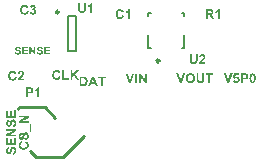
<source format=gbr>
%TF.GenerationSoftware,Altium Limited,Altium Designer,24.1.2 (44)*%
G04 Layer_Color=65535*
%FSLAX45Y45*%
%MOMM*%
%TF.SameCoordinates,140E097B-8517-4C1D-959E-99074445C54D*%
%TF.FilePolarity,Positive*%
%TF.FileFunction,Legend,Top*%
%TF.Part,Single*%
G01*
G75*
%TA.AperFunction,NonConductor*%
%ADD23C,0.25000*%
%ADD24C,0.25400*%
%ADD25C,0.20000*%
G36*
X-954018Y740208D02*
X-953008Y740141D01*
X-951864Y740006D01*
X-950585Y739804D01*
X-949171Y739602D01*
X-947691Y739333D01*
X-946210Y738996D01*
X-944662Y738525D01*
X-943181Y737987D01*
X-941700Y737381D01*
X-940286Y736641D01*
X-938940Y735833D01*
X-937729Y734891D01*
X-937661Y734823D01*
X-937459Y734621D01*
X-937123Y734352D01*
X-936786Y733881D01*
X-936248Y733342D01*
X-935777Y732737D01*
X-935171Y731929D01*
X-934565Y731054D01*
X-933959Y730112D01*
X-933421Y729035D01*
X-932882Y727823D01*
X-932344Y726544D01*
X-931940Y725198D01*
X-931603Y723717D01*
X-931334Y722169D01*
X-931200Y720554D01*
X-944325Y720082D01*
Y720150D01*
X-944392Y720284D01*
Y720554D01*
X-944527Y720890D01*
X-944594Y721294D01*
X-944729Y721765D01*
X-945133Y722842D01*
X-945604Y723986D01*
X-946210Y725198D01*
X-947017Y726275D01*
X-947960Y727217D01*
X-948094Y727285D01*
X-948498Y727554D01*
X-949104Y727890D01*
X-950046Y728362D01*
X-951191Y728765D01*
X-952604Y729102D01*
X-954287Y729371D01*
X-956239Y729438D01*
X-956777D01*
X-957181Y729371D01*
X-957652D01*
X-958191Y729304D01*
X-959470Y729169D01*
X-960883Y728833D01*
X-962364Y728429D01*
X-963845Y727890D01*
X-965124Y727083D01*
X-965191Y727015D01*
X-965460Y726813D01*
X-965730Y726477D01*
X-966133Y726006D01*
X-966470Y725400D01*
X-966807Y724727D01*
X-967076Y723919D01*
X-967143Y723044D01*
Y722977D01*
Y722640D01*
X-967008Y722236D01*
X-966874Y721698D01*
X-966672Y721092D01*
X-966335Y720419D01*
X-965864Y719746D01*
X-965258Y719140D01*
X-965124Y719073D01*
X-964989Y718938D01*
X-964720Y718803D01*
X-964383Y718602D01*
X-963980Y718332D01*
X-963441Y718130D01*
X-962835Y717794D01*
X-962095Y717525D01*
X-961220Y717188D01*
X-960210Y716784D01*
X-959133Y716448D01*
X-957854Y716044D01*
X-956441Y715640D01*
X-954893Y715169D01*
X-953210Y714765D01*
X-953075D01*
X-952806Y714698D01*
X-952268Y714563D01*
X-951662Y714361D01*
X-950854Y714159D01*
X-949912Y713890D01*
X-948969Y713621D01*
X-947825Y713351D01*
X-945537Y712611D01*
X-943181Y711803D01*
X-942104Y711399D01*
X-941027Y710928D01*
X-940017Y710524D01*
X-939075Y710053D01*
X-939008D01*
X-938873Y709919D01*
X-938604Y709784D01*
X-938334Y709649D01*
X-937931Y709380D01*
X-937459Y709111D01*
X-936450Y708370D01*
X-935305Y707428D01*
X-934161Y706284D01*
X-932950Y704938D01*
X-931940Y703457D01*
Y703389D01*
X-931805Y703255D01*
X-931671Y703053D01*
X-931536Y702716D01*
X-931334Y702313D01*
X-931132Y701841D01*
X-930863Y701236D01*
X-930594Y700630D01*
X-930392Y699889D01*
X-930123Y699082D01*
X-929719Y697332D01*
X-929449Y695380D01*
X-929315Y693158D01*
Y693091D01*
Y692889D01*
Y692620D01*
X-929382Y692216D01*
Y691745D01*
X-929449Y691139D01*
X-929584Y690466D01*
X-929719Y689726D01*
X-930055Y688110D01*
X-930661Y686360D01*
X-931401Y684543D01*
X-931940Y683600D01*
X-932478Y682658D01*
X-932546Y682591D01*
X-932613Y682456D01*
X-932815Y682187D01*
X-933017Y681850D01*
X-933353Y681446D01*
X-933757Y680975D01*
X-934229Y680504D01*
X-934700Y679966D01*
X-935979Y678754D01*
X-937459Y677610D01*
X-939209Y676466D01*
X-941229Y675456D01*
X-941296D01*
X-941498Y675389D01*
X-941835Y675254D01*
X-942238Y675119D01*
X-942777Y674917D01*
X-943450Y674715D01*
X-944258Y674514D01*
X-945133Y674312D01*
X-946075Y674042D01*
X-947152Y673840D01*
X-948296Y673638D01*
X-949575Y673504D01*
X-950921Y673302D01*
X-952335Y673235D01*
X-953816Y673100D01*
X-955902D01*
X-956508Y673167D01*
X-957383D01*
X-958393Y673302D01*
X-959604Y673369D01*
X-960883Y673571D01*
X-962297Y673840D01*
X-963778Y674110D01*
X-965326Y674514D01*
X-966941Y674917D01*
X-968489Y675456D01*
X-970037Y676129D01*
X-971518Y676869D01*
X-972932Y677744D01*
X-974211Y678754D01*
X-974278Y678821D01*
X-974480Y679023D01*
X-974816Y679360D01*
X-975288Y679831D01*
X-975759Y680437D01*
X-976365Y681110D01*
X-976970Y681985D01*
X-977643Y682995D01*
X-978317Y684072D01*
X-979057Y685350D01*
X-979663Y686697D01*
X-980336Y688177D01*
X-980874Y689793D01*
X-981346Y691543D01*
X-981817Y693428D01*
X-982086Y695380D01*
X-969364Y696591D01*
Y696524D01*
X-969297Y696322D01*
X-969230Y695985D01*
X-969095Y695514D01*
X-968960Y694976D01*
X-968826Y694370D01*
X-968355Y692956D01*
X-967749Y691408D01*
X-966941Y689860D01*
X-965932Y688379D01*
X-965326Y687706D01*
X-964720Y687100D01*
X-964653D01*
X-964585Y686966D01*
X-964383Y686831D01*
X-964047Y686629D01*
X-963710Y686427D01*
X-963306Y686158D01*
X-962768Y685889D01*
X-962229Y685620D01*
X-961556Y685350D01*
X-960883Y685081D01*
X-959268Y684610D01*
X-957383Y684273D01*
X-956306Y684206D01*
X-955229Y684139D01*
X-954623D01*
X-954220Y684206D01*
X-953681D01*
X-953075Y684273D01*
X-951662Y684475D01*
X-950114Y684812D01*
X-948498Y685216D01*
X-947017Y685889D01*
X-946277Y686293D01*
X-945671Y686764D01*
X-945604D01*
X-945537Y686899D01*
X-945133Y687235D01*
X-944662Y687841D01*
X-944056Y688581D01*
X-943450Y689524D01*
X-942911Y690601D01*
X-942575Y691745D01*
X-942508Y692418D01*
X-942440Y693091D01*
Y693226D01*
Y693495D01*
X-942508Y693899D01*
X-942642Y694437D01*
X-942777Y695043D01*
X-943046Y695716D01*
X-943383Y696389D01*
X-943854Y696995D01*
X-943921Y697062D01*
X-944123Y697264D01*
X-944460Y697601D01*
X-944931Y697937D01*
X-945604Y698409D01*
X-946412Y698880D01*
X-947354Y699351D01*
X-948498Y699822D01*
X-948633Y699889D01*
X-948767D01*
X-948969Y699957D01*
X-949306Y700091D01*
X-949643Y700159D01*
X-950114Y700293D01*
X-950652Y700495D01*
X-951325Y700630D01*
X-952066Y700899D01*
X-952941Y701101D01*
X-953883Y701370D01*
X-954960Y701639D01*
X-956172Y701976D01*
X-957518Y702313D01*
X-958999Y702649D01*
X-959133D01*
X-959470Y702784D01*
X-960008Y702918D01*
X-960681Y703120D01*
X-961556Y703389D01*
X-962566Y703659D01*
X-963643Y704063D01*
X-964787Y704466D01*
X-967210Y705341D01*
X-969634Y706486D01*
X-970778Y707024D01*
X-971855Y707697D01*
X-972864Y708370D01*
X-973739Y709044D01*
X-973807Y709111D01*
X-974009Y709313D01*
X-974278Y709582D01*
X-974682Y709986D01*
X-975086Y710524D01*
X-975624Y711130D01*
X-976163Y711871D01*
X-976701Y712678D01*
X-977240Y713621D01*
X-977778Y714630D01*
X-978317Y715707D01*
X-978720Y716851D01*
X-979124Y718063D01*
X-979394Y719342D01*
X-979595Y720688D01*
X-979663Y722102D01*
Y722169D01*
Y722304D01*
Y722573D01*
X-979595Y722977D01*
Y723381D01*
X-979528Y723919D01*
X-979326Y725131D01*
X-978990Y726544D01*
X-978518Y728092D01*
X-977845Y729775D01*
X-976903Y731390D01*
X-976836Y731458D01*
X-976768Y731592D01*
X-976634Y731794D01*
X-976365Y732131D01*
X-975759Y732871D01*
X-974816Y733814D01*
X-973672Y734891D01*
X-972326Y735968D01*
X-970711Y737045D01*
X-968826Y737987D01*
X-968759D01*
X-968557Y738054D01*
X-968287Y738189D01*
X-967884Y738323D01*
X-967345Y738525D01*
X-966739Y738727D01*
X-966066Y738929D01*
X-965258Y739131D01*
X-964316Y739333D01*
X-963374Y739535D01*
X-962297Y739737D01*
X-961153Y739939D01*
X-960008Y740073D01*
X-958729Y740208D01*
X-956037Y740275D01*
X-954893D01*
X-954018Y740208D01*
D02*
G37*
G36*
X-1140332D02*
X-1139322Y740141D01*
X-1138178Y740006D01*
X-1136899Y739804D01*
X-1135485Y739602D01*
X-1134005Y739333D01*
X-1132524Y738996D01*
X-1130976Y738525D01*
X-1129495Y737987D01*
X-1128014Y737381D01*
X-1126600Y736641D01*
X-1125254Y735833D01*
X-1124043Y734891D01*
X-1123975Y734823D01*
X-1123773Y734621D01*
X-1123437Y734352D01*
X-1123100Y733881D01*
X-1122562Y733342D01*
X-1122091Y732737D01*
X-1121485Y731929D01*
X-1120879Y731054D01*
X-1120273Y730112D01*
X-1119735Y729035D01*
X-1119196Y727823D01*
X-1118658Y726544D01*
X-1118254Y725198D01*
X-1117918Y723717D01*
X-1117648Y722169D01*
X-1117514Y720554D01*
X-1130639Y720082D01*
Y720150D01*
X-1130706Y720284D01*
Y720554D01*
X-1130841Y720890D01*
X-1130908Y721294D01*
X-1131043Y721765D01*
X-1131447Y722842D01*
X-1131918Y723986D01*
X-1132524Y725198D01*
X-1133331Y726275D01*
X-1134274Y727217D01*
X-1134408Y727285D01*
X-1134812Y727554D01*
X-1135418Y727890D01*
X-1136360Y728362D01*
X-1137505Y728765D01*
X-1138918Y729102D01*
X-1140601Y729371D01*
X-1142553Y729438D01*
X-1143091D01*
X-1143495Y729371D01*
X-1143966D01*
X-1144505Y729304D01*
X-1145784Y729169D01*
X-1147197Y728833D01*
X-1148678Y728429D01*
X-1150159Y727890D01*
X-1151438Y727083D01*
X-1151505Y727015D01*
X-1151774Y726813D01*
X-1152044Y726477D01*
X-1152448Y726006D01*
X-1152784Y725400D01*
X-1153121Y724727D01*
X-1153390Y723919D01*
X-1153457Y723044D01*
Y722977D01*
Y722640D01*
X-1153323Y722236D01*
X-1153188Y721698D01*
X-1152986Y721092D01*
X-1152649Y720419D01*
X-1152178Y719746D01*
X-1151572Y719140D01*
X-1151438Y719073D01*
X-1151303Y718938D01*
X-1151034Y718803D01*
X-1150697Y718602D01*
X-1150294Y718332D01*
X-1149755Y718130D01*
X-1149149Y717794D01*
X-1148409Y717525D01*
X-1147534Y717188D01*
X-1146524Y716784D01*
X-1145447Y716448D01*
X-1144168Y716044D01*
X-1142755Y715640D01*
X-1141207Y715169D01*
X-1139524Y714765D01*
X-1139389D01*
X-1139120Y714698D01*
X-1138582Y714563D01*
X-1137976Y714361D01*
X-1137168Y714159D01*
X-1136226Y713890D01*
X-1135283Y713621D01*
X-1134139Y713351D01*
X-1131851Y712611D01*
X-1129495Y711803D01*
X-1128418Y711399D01*
X-1127341Y710928D01*
X-1126331Y710524D01*
X-1125389Y710053D01*
X-1125322D01*
X-1125187Y709919D01*
X-1124918Y709784D01*
X-1124648Y709649D01*
X-1124245Y709380D01*
X-1123773Y709111D01*
X-1122764Y708370D01*
X-1121620Y707428D01*
X-1120475Y706284D01*
X-1119264Y704938D01*
X-1118254Y703457D01*
Y703389D01*
X-1118119Y703255D01*
X-1117985Y703053D01*
X-1117850Y702716D01*
X-1117648Y702313D01*
X-1117446Y701841D01*
X-1117177Y701236D01*
X-1116908Y700630D01*
X-1116706Y699889D01*
X-1116437Y699082D01*
X-1116033Y697332D01*
X-1115764Y695380D01*
X-1115629Y693158D01*
Y693091D01*
Y692889D01*
Y692620D01*
X-1115696Y692216D01*
Y691745D01*
X-1115764Y691139D01*
X-1115898Y690466D01*
X-1116033Y689726D01*
X-1116369Y688110D01*
X-1116975Y686360D01*
X-1117716Y684543D01*
X-1118254Y683600D01*
X-1118793Y682658D01*
X-1118860Y682591D01*
X-1118927Y682456D01*
X-1119129Y682187D01*
X-1119331Y681850D01*
X-1119668Y681446D01*
X-1120071Y680975D01*
X-1120543Y680504D01*
X-1121014Y679966D01*
X-1122293Y678754D01*
X-1123773Y677610D01*
X-1125524Y676466D01*
X-1127543Y675456D01*
X-1127610D01*
X-1127812Y675389D01*
X-1128149Y675254D01*
X-1128552Y675119D01*
X-1129091Y674917D01*
X-1129764Y674715D01*
X-1130572Y674514D01*
X-1131447Y674312D01*
X-1132389Y674042D01*
X-1133466Y673840D01*
X-1134610Y673638D01*
X-1135889Y673504D01*
X-1137235Y673302D01*
X-1138649Y673235D01*
X-1140130Y673100D01*
X-1142216D01*
X-1142822Y673167D01*
X-1143697D01*
X-1144707Y673302D01*
X-1145918Y673369D01*
X-1147197Y673571D01*
X-1148611Y673840D01*
X-1150092Y674110D01*
X-1151640Y674514D01*
X-1153255Y674917D01*
X-1154803Y675456D01*
X-1156352Y676129D01*
X-1157832Y676869D01*
X-1159246Y677744D01*
X-1160525Y678754D01*
X-1160592Y678821D01*
X-1160794Y679023D01*
X-1161131Y679360D01*
X-1161602Y679831D01*
X-1162073Y680437D01*
X-1162679Y681110D01*
X-1163284Y681985D01*
X-1163958Y682995D01*
X-1164631Y684072D01*
X-1165371Y685350D01*
X-1165977Y686697D01*
X-1166650Y688177D01*
X-1167188Y689793D01*
X-1167660Y691543D01*
X-1168131Y693428D01*
X-1168400Y695380D01*
X-1155678Y696591D01*
Y696524D01*
X-1155611Y696322D01*
X-1155544Y695985D01*
X-1155409Y695514D01*
X-1155275Y694976D01*
X-1155140Y694370D01*
X-1154669Y692956D01*
X-1154063Y691408D01*
X-1153255Y689860D01*
X-1152246Y688379D01*
X-1151640Y687706D01*
X-1151034Y687100D01*
X-1150967D01*
X-1150899Y686966D01*
X-1150697Y686831D01*
X-1150361Y686629D01*
X-1150024Y686427D01*
X-1149621Y686158D01*
X-1149082Y685889D01*
X-1148544Y685620D01*
X-1147870Y685350D01*
X-1147197Y685081D01*
X-1145582Y684610D01*
X-1143697Y684273D01*
X-1142620Y684206D01*
X-1141543Y684139D01*
X-1140938D01*
X-1140534Y684206D01*
X-1139995D01*
X-1139389Y684273D01*
X-1137976Y684475D01*
X-1136428Y684812D01*
X-1134812Y685216D01*
X-1133331Y685889D01*
X-1132591Y686293D01*
X-1131985Y686764D01*
X-1131918D01*
X-1131851Y686899D01*
X-1131447Y687235D01*
X-1130976Y687841D01*
X-1130370Y688581D01*
X-1129764Y689524D01*
X-1129226Y690601D01*
X-1128889Y691745D01*
X-1128822Y692418D01*
X-1128754Y693091D01*
Y693226D01*
Y693495D01*
X-1128822Y693899D01*
X-1128956Y694437D01*
X-1129091Y695043D01*
X-1129360Y695716D01*
X-1129697Y696389D01*
X-1130168Y696995D01*
X-1130235Y697062D01*
X-1130437Y697264D01*
X-1130774Y697601D01*
X-1131245Y697937D01*
X-1131918Y698409D01*
X-1132726Y698880D01*
X-1133668Y699351D01*
X-1134812Y699822D01*
X-1134947Y699889D01*
X-1135082D01*
X-1135283Y699957D01*
X-1135620Y700091D01*
X-1135957Y700159D01*
X-1136428Y700293D01*
X-1136966Y700495D01*
X-1137639Y700630D01*
X-1138380Y700899D01*
X-1139255Y701101D01*
X-1140197Y701370D01*
X-1141274Y701639D01*
X-1142486Y701976D01*
X-1143832Y702313D01*
X-1145313Y702649D01*
X-1145447D01*
X-1145784Y702784D01*
X-1146322Y702918D01*
X-1146995Y703120D01*
X-1147870Y703389D01*
X-1148880Y703659D01*
X-1149957Y704063D01*
X-1151101Y704466D01*
X-1153524Y705341D01*
X-1155948Y706486D01*
X-1157092Y707024D01*
X-1158169Y707697D01*
X-1159179Y708370D01*
X-1160054Y709044D01*
X-1160121Y709111D01*
X-1160323Y709313D01*
X-1160592Y709582D01*
X-1160996Y709986D01*
X-1161400Y710524D01*
X-1161938Y711130D01*
X-1162477Y711871D01*
X-1163015Y712678D01*
X-1163554Y713621D01*
X-1164092Y714630D01*
X-1164631Y715707D01*
X-1165034Y716851D01*
X-1165438Y718063D01*
X-1165708Y719342D01*
X-1165910Y720688D01*
X-1165977Y722102D01*
Y722169D01*
Y722304D01*
Y722573D01*
X-1165910Y722977D01*
Y723381D01*
X-1165842Y723919D01*
X-1165640Y725131D01*
X-1165304Y726544D01*
X-1164833Y728092D01*
X-1164159Y729775D01*
X-1163217Y731390D01*
X-1163150Y731458D01*
X-1163083Y731592D01*
X-1162948Y731794D01*
X-1162679Y732131D01*
X-1162073Y732871D01*
X-1161131Y733814D01*
X-1159986Y734891D01*
X-1158640Y735968D01*
X-1157025Y737045D01*
X-1155140Y737987D01*
X-1155073D01*
X-1154871Y738054D01*
X-1154601Y738189D01*
X-1154198Y738323D01*
X-1153659Y738525D01*
X-1153053Y738727D01*
X-1152380Y738929D01*
X-1151572Y739131D01*
X-1150630Y739333D01*
X-1149688Y739535D01*
X-1148611Y739737D01*
X-1147467Y739939D01*
X-1146322Y740073D01*
X-1145043Y740208D01*
X-1142351Y740275D01*
X-1141207D01*
X-1140332Y740208D01*
D02*
G37*
G36*
X-992519Y674312D02*
X-1005644D01*
X-1031895Y716919D01*
Y674312D01*
X-1044011D01*
Y739198D01*
X-1031357D01*
X-1004635Y695649D01*
Y739198D01*
X-992519D01*
Y674312D01*
D02*
G37*
G36*
X-870082Y728227D02*
X-905016D01*
Y713823D01*
X-872505D01*
Y702851D01*
X-905016D01*
Y685283D01*
X-868871D01*
Y674312D01*
X-918141D01*
Y739198D01*
X-870082D01*
Y728227D01*
D02*
G37*
G36*
X-1056396D02*
X-1091330D01*
Y713823D01*
X-1058819D01*
Y702851D01*
X-1091330D01*
Y685283D01*
X-1055185D01*
Y674312D01*
X-1104455D01*
Y739198D01*
X-1056396D01*
Y728227D01*
D02*
G37*
G36*
X-1183317Y537211D02*
X-1182305Y537127D01*
X-1181041Y537042D01*
X-1179523Y536789D01*
X-1177920Y536536D01*
X-1176150Y536199D01*
X-1174210Y535693D01*
X-1172270Y535103D01*
X-1170247Y534428D01*
X-1168223Y533585D01*
X-1166199Y532573D01*
X-1164259Y531392D01*
X-1162320Y530043D01*
X-1160549Y528441D01*
X-1160465Y528357D01*
X-1160296Y528188D01*
X-1160043Y527935D01*
X-1159621Y527513D01*
X-1159200Y526923D01*
X-1158609Y526248D01*
X-1158019Y525489D01*
X-1157429Y524646D01*
X-1156754Y523634D01*
X-1156079Y522538D01*
X-1155405Y521273D01*
X-1154646Y519924D01*
X-1153971Y518490D01*
X-1153381Y516972D01*
X-1152791Y515286D01*
X-1152200Y513515D01*
X-1168476Y509636D01*
Y509720D01*
X-1168560Y509889D01*
X-1168644Y510226D01*
X-1168813Y510648D01*
X-1168982Y511238D01*
X-1169235Y511828D01*
X-1169825Y513262D01*
X-1170584Y514864D01*
X-1171680Y516466D01*
X-1172945Y518153D01*
X-1174547Y519586D01*
X-1174632Y519671D01*
X-1174716Y519755D01*
X-1174969Y519924D01*
X-1175391Y520177D01*
X-1175812Y520430D01*
X-1176318Y520767D01*
X-1177667Y521442D01*
X-1179270Y522116D01*
X-1181125Y522707D01*
X-1183233Y523128D01*
X-1184414Y523297D01*
X-1186438D01*
X-1187112Y523213D01*
X-1187871Y523128D01*
X-1188714Y522960D01*
X-1189726Y522791D01*
X-1190823Y522454D01*
X-1191919Y522116D01*
X-1193099Y521695D01*
X-1194364Y521189D01*
X-1195629Y520598D01*
X-1196810Y519839D01*
X-1197990Y518912D01*
X-1199171Y517984D01*
X-1200267Y516804D01*
X-1200352Y516719D01*
X-1200520Y516466D01*
X-1200773Y516129D01*
X-1201111Y515539D01*
X-1201532Y514864D01*
X-1202038Y514021D01*
X-1202544Y512925D01*
X-1203050Y511744D01*
X-1203556Y510395D01*
X-1204062Y508792D01*
X-1204568Y507106D01*
X-1204990Y505166D01*
X-1205327Y503058D01*
X-1205580Y500781D01*
X-1205749Y498336D01*
X-1205833Y495722D01*
Y495553D01*
Y495047D01*
Y494288D01*
X-1205749Y493192D01*
X-1205664Y491927D01*
X-1205580Y490493D01*
X-1205411Y488891D01*
X-1205158Y487205D01*
X-1204484Y483663D01*
X-1204062Y481808D01*
X-1203556Y480037D01*
X-1202882Y478266D01*
X-1202123Y476664D01*
X-1201279Y475146D01*
X-1200352Y473796D01*
X-1200267Y473712D01*
X-1200099Y473543D01*
X-1199761Y473206D01*
X-1199340Y472784D01*
X-1198749Y472278D01*
X-1198159Y471772D01*
X-1197316Y471182D01*
X-1196473Y470592D01*
X-1195461Y469917D01*
X-1194364Y469327D01*
X-1193184Y468821D01*
X-1191919Y468315D01*
X-1190570Y467893D01*
X-1189052Y467556D01*
X-1187534Y467387D01*
X-1185932Y467303D01*
X-1185257D01*
X-1184835Y467387D01*
X-1184245Y467472D01*
X-1183570Y467556D01*
X-1182052Y467809D01*
X-1180282Y468315D01*
X-1178426Y469074D01*
X-1177499Y469496D01*
X-1176487Y470086D01*
X-1175644Y470676D01*
X-1174716Y471435D01*
X-1174632Y471520D01*
X-1174547Y471604D01*
X-1174294Y471857D01*
X-1173957Y472194D01*
X-1173535Y472700D01*
X-1173114Y473206D01*
X-1172608Y473881D01*
X-1172102Y474640D01*
X-1171511Y475483D01*
X-1171006Y476495D01*
X-1170415Y477507D01*
X-1169825Y478772D01*
X-1169319Y480037D01*
X-1168813Y481470D01*
X-1168307Y482988D01*
X-1167885Y484590D01*
X-1151947Y479615D01*
Y479446D01*
X-1152116Y479025D01*
X-1152369Y478350D01*
X-1152622Y477422D01*
X-1153044Y476326D01*
X-1153550Y475061D01*
X-1154140Y473628D01*
X-1154899Y472110D01*
X-1155658Y470508D01*
X-1156585Y468905D01*
X-1157597Y467219D01*
X-1158694Y465532D01*
X-1159874Y463930D01*
X-1161223Y462412D01*
X-1162657Y460979D01*
X-1164175Y459714D01*
X-1164259Y459629D01*
X-1164597Y459461D01*
X-1165018Y459123D01*
X-1165693Y458702D01*
X-1166536Y458196D01*
X-1167548Y457690D01*
X-1168729Y457099D01*
X-1170078Y456509D01*
X-1171511Y455919D01*
X-1173198Y455329D01*
X-1174969Y454823D01*
X-1176908Y454317D01*
X-1178932Y453895D01*
X-1181041Y453558D01*
X-1183402Y453389D01*
X-1185763Y453305D01*
X-1186438D01*
X-1187281Y453389D01*
X-1188461Y453473D01*
X-1189811Y453642D01*
X-1191413Y453895D01*
X-1193184Y454232D01*
X-1195123Y454654D01*
X-1197147Y455244D01*
X-1199340Y456003D01*
X-1201532Y456931D01*
X-1203725Y457943D01*
X-1206002Y459208D01*
X-1208194Y460726D01*
X-1210302Y462412D01*
X-1212326Y464352D01*
X-1212411Y464520D01*
X-1212748Y464858D01*
X-1213254Y465532D01*
X-1213928Y466375D01*
X-1214687Y467472D01*
X-1215615Y468821D01*
X-1216543Y470423D01*
X-1217470Y472278D01*
X-1218482Y474302D01*
X-1219410Y476579D01*
X-1220253Y479025D01*
X-1221096Y481723D01*
X-1221771Y484675D01*
X-1222277Y487710D01*
X-1222614Y491084D01*
X-1222699Y494541D01*
Y494625D01*
Y494794D01*
Y495047D01*
Y495469D01*
X-1222614Y495890D01*
Y496481D01*
Y497155D01*
X-1222530Y497914D01*
X-1222361Y499601D01*
X-1222108Y501540D01*
X-1221855Y503733D01*
X-1221349Y506094D01*
X-1220843Y508539D01*
X-1220169Y511154D01*
X-1219325Y513768D01*
X-1218314Y516382D01*
X-1217049Y518912D01*
X-1215699Y521442D01*
X-1214097Y523803D01*
X-1212242Y525995D01*
X-1212158Y526164D01*
X-1211736Y526501D01*
X-1211146Y527007D01*
X-1210302Y527766D01*
X-1209290Y528610D01*
X-1208026Y529537D01*
X-1206592Y530633D01*
X-1204905Y531645D01*
X-1202966Y532742D01*
X-1200942Y533754D01*
X-1198665Y534681D01*
X-1196220Y535524D01*
X-1193605Y536283D01*
X-1190823Y536789D01*
X-1187871Y537211D01*
X-1184751Y537295D01*
X-1184076D01*
X-1183317Y537211D01*
D02*
G37*
G36*
X-1112482Y536115D02*
X-1111470Y536030D01*
X-1110289Y535862D01*
X-1109024Y535693D01*
X-1107591Y535356D01*
X-1106157Y535018D01*
X-1104555Y534597D01*
X-1103037Y534091D01*
X-1101435Y533501D01*
X-1099917Y532742D01*
X-1098399Y531814D01*
X-1096966Y530886D01*
X-1095616Y529706D01*
X-1095532Y529621D01*
X-1095279Y529453D01*
X-1094942Y529031D01*
X-1094520Y528525D01*
X-1094014Y527935D01*
X-1093424Y527176D01*
X-1092833Y526248D01*
X-1092159Y525236D01*
X-1091484Y524140D01*
X-1090894Y522960D01*
X-1090304Y521610D01*
X-1089798Y520177D01*
X-1089376Y518659D01*
X-1088954Y517057D01*
X-1088786Y515370D01*
X-1088701Y513599D01*
Y513515D01*
Y513346D01*
Y513093D01*
Y512672D01*
X-1088786Y512166D01*
Y511575D01*
X-1088954Y510226D01*
X-1089207Y508624D01*
X-1089545Y506853D01*
X-1090051Y504998D01*
X-1090725Y503143D01*
Y503058D01*
X-1090810Y502890D01*
X-1090894Y502637D01*
X-1091063Y502299D01*
X-1091316Y501793D01*
X-1091569Y501287D01*
X-1092243Y500022D01*
X-1093086Y498420D01*
X-1094183Y496649D01*
X-1095448Y494794D01*
X-1096966Y492770D01*
X-1097134Y492602D01*
X-1097472Y492096D01*
X-1098230Y491252D01*
X-1098736Y490746D01*
X-1099242Y490156D01*
X-1099917Y489397D01*
X-1100676Y488638D01*
X-1101519Y487795D01*
X-1102447Y486867D01*
X-1103459Y485855D01*
X-1104639Y484759D01*
X-1105820Y483663D01*
X-1107169Y482398D01*
X-1107254Y482313D01*
X-1107507Y482145D01*
X-1107844Y481723D01*
X-1108350Y481302D01*
X-1108940Y480796D01*
X-1109615Y480121D01*
X-1111048Y478772D01*
X-1112651Y477254D01*
X-1114168Y475736D01*
X-1114927Y475061D01*
X-1115518Y474387D01*
X-1116108Y473881D01*
X-1116530Y473375D01*
X-1116614Y473290D01*
X-1116867Y473037D01*
X-1117204Y472616D01*
X-1117626Y472025D01*
X-1118132Y471351D01*
X-1118638Y470676D01*
X-1119650Y469158D01*
X-1088701D01*
Y454654D01*
X-1143262D01*
Y454738D01*
X-1143177Y454991D01*
Y455497D01*
X-1143093Y456087D01*
X-1142924Y456762D01*
X-1142756Y457605D01*
X-1142587Y458617D01*
X-1142250Y459629D01*
X-1141997Y460810D01*
X-1141575Y462075D01*
X-1140732Y464689D01*
X-1139551Y467387D01*
X-1138033Y470170D01*
X-1137949Y470255D01*
X-1137780Y470508D01*
X-1137527Y470929D01*
X-1137106Y471520D01*
X-1136600Y472278D01*
X-1135925Y473122D01*
X-1135082Y474134D01*
X-1134154Y475399D01*
X-1133058Y476664D01*
X-1131793Y478181D01*
X-1130359Y479784D01*
X-1128757Y481470D01*
X-1126986Y483325D01*
X-1124962Y485349D01*
X-1122854Y487457D01*
X-1120493Y489650D01*
X-1120409Y489734D01*
X-1120071Y490072D01*
X-1119481Y490578D01*
X-1118806Y491252D01*
X-1117963Y492011D01*
X-1117036Y492939D01*
X-1116024Y493951D01*
X-1114927Y494963D01*
X-1112735Y497155D01*
X-1110627Y499348D01*
X-1109615Y500360D01*
X-1108856Y501372D01*
X-1108097Y502215D01*
X-1107591Y502890D01*
Y502974D01*
X-1107422Y503143D01*
X-1107254Y503395D01*
X-1107085Y503733D01*
X-1106832Y504154D01*
X-1106579Y504660D01*
X-1105904Y505925D01*
X-1105314Y507359D01*
X-1104808Y508961D01*
X-1104471Y510648D01*
X-1104302Y512419D01*
Y512503D01*
Y512672D01*
Y512925D01*
Y513262D01*
X-1104471Y514189D01*
X-1104639Y515370D01*
X-1104977Y516635D01*
X-1105483Y517984D01*
X-1106242Y519249D01*
X-1107169Y520430D01*
X-1107254Y520514D01*
X-1107675Y520851D01*
X-1108265Y521357D01*
X-1109193Y521863D01*
X-1110289Y522369D01*
X-1111554Y522875D01*
X-1113072Y523213D01*
X-1114843Y523297D01*
X-1115349D01*
X-1115686Y523213D01*
X-1116530Y523128D01*
X-1117626Y522960D01*
X-1118891Y522538D01*
X-1120156Y522032D01*
X-1121421Y521357D01*
X-1122601Y520345D01*
X-1122686Y520177D01*
X-1123023Y519755D01*
X-1123529Y519080D01*
X-1124119Y517984D01*
X-1124625Y516635D01*
X-1124962Y515876D01*
X-1125215Y514948D01*
X-1125468Y514021D01*
X-1125637Y512925D01*
X-1125806Y511828D01*
X-1125890Y510563D01*
X-1141406Y512081D01*
Y512250D01*
X-1141322Y512672D01*
X-1141238Y513346D01*
X-1141069Y514189D01*
X-1140900Y515286D01*
X-1140563Y516466D01*
X-1140226Y517816D01*
X-1139804Y519249D01*
X-1139298Y520767D01*
X-1138708Y522285D01*
X-1138033Y523803D01*
X-1137190Y525321D01*
X-1136262Y526754D01*
X-1135250Y528188D01*
X-1134070Y529453D01*
X-1132805Y530549D01*
X-1132721Y530633D01*
X-1132468Y530802D01*
X-1132046Y531055D01*
X-1131456Y531477D01*
X-1130781Y531898D01*
X-1129938Y532320D01*
X-1128926Y532826D01*
X-1127745Y533416D01*
X-1126480Y533922D01*
X-1125131Y534428D01*
X-1123613Y534850D01*
X-1122011Y535356D01*
X-1120240Y535693D01*
X-1118469Y535946D01*
X-1116530Y536115D01*
X-1114506Y536199D01*
X-1113325D01*
X-1112482Y536115D01*
D02*
G37*
G36*
X-1082139Y1096011D02*
X-1081127Y1095927D01*
X-1079862Y1095842D01*
X-1078344Y1095589D01*
X-1076742Y1095336D01*
X-1074971Y1094999D01*
X-1073032Y1094493D01*
X-1071092Y1093903D01*
X-1069068Y1093228D01*
X-1067044Y1092385D01*
X-1065020Y1091373D01*
X-1063081Y1090192D01*
X-1061141Y1088843D01*
X-1059370Y1087241D01*
X-1059286Y1087157D01*
X-1059118Y1086988D01*
X-1058865Y1086735D01*
X-1058443Y1086313D01*
X-1058021Y1085723D01*
X-1057431Y1085048D01*
X-1056841Y1084289D01*
X-1056250Y1083446D01*
X-1055576Y1082434D01*
X-1054901Y1081338D01*
X-1054226Y1080073D01*
X-1053468Y1078724D01*
X-1052793Y1077290D01*
X-1052203Y1075772D01*
X-1051612Y1074086D01*
X-1051022Y1072315D01*
X-1067297Y1068436D01*
Y1068520D01*
X-1067382Y1068689D01*
X-1067466Y1069026D01*
X-1067635Y1069448D01*
X-1067803Y1070038D01*
X-1068056Y1070628D01*
X-1068647Y1072062D01*
X-1069406Y1073664D01*
X-1070502Y1075266D01*
X-1071767Y1076953D01*
X-1073369Y1078386D01*
X-1073453Y1078471D01*
X-1073538Y1078555D01*
X-1073791Y1078724D01*
X-1074212Y1078977D01*
X-1074634Y1079230D01*
X-1075140Y1079567D01*
X-1076489Y1080242D01*
X-1078091Y1080916D01*
X-1079947Y1081507D01*
X-1082055Y1081928D01*
X-1083235Y1082097D01*
X-1085259D01*
X-1085934Y1082013D01*
X-1086693Y1081928D01*
X-1087536Y1081760D01*
X-1088548Y1081591D01*
X-1089644Y1081254D01*
X-1090741Y1080916D01*
X-1091921Y1080495D01*
X-1093186Y1079989D01*
X-1094451Y1079398D01*
X-1095632Y1078639D01*
X-1096812Y1077712D01*
X-1097993Y1076784D01*
X-1099089Y1075604D01*
X-1099173Y1075519D01*
X-1099342Y1075266D01*
X-1099595Y1074929D01*
X-1099932Y1074339D01*
X-1100354Y1073664D01*
X-1100860Y1072821D01*
X-1101366Y1071725D01*
X-1101872Y1070544D01*
X-1102378Y1069195D01*
X-1102884Y1067592D01*
X-1103390Y1065906D01*
X-1103811Y1063966D01*
X-1104149Y1061858D01*
X-1104402Y1059581D01*
X-1104570Y1057136D01*
X-1104655Y1054522D01*
Y1054353D01*
Y1053847D01*
Y1053088D01*
X-1104570Y1051992D01*
X-1104486Y1050727D01*
X-1104402Y1049293D01*
X-1104233Y1047691D01*
X-1103980Y1046005D01*
X-1103305Y1042463D01*
X-1102884Y1040608D01*
X-1102378Y1038837D01*
X-1101703Y1037066D01*
X-1100944Y1035464D01*
X-1100101Y1033946D01*
X-1099173Y1032596D01*
X-1099089Y1032512D01*
X-1098920Y1032343D01*
X-1098583Y1032006D01*
X-1098161Y1031584D01*
X-1097571Y1031078D01*
X-1096981Y1030572D01*
X-1096138Y1029982D01*
X-1095294Y1029392D01*
X-1094282Y1028717D01*
X-1093186Y1028127D01*
X-1092005Y1027621D01*
X-1090741Y1027115D01*
X-1089391Y1026693D01*
X-1087873Y1026356D01*
X-1086355Y1026187D01*
X-1084753Y1026103D01*
X-1084079D01*
X-1083657Y1026187D01*
X-1083067Y1026272D01*
X-1082392Y1026356D01*
X-1080874Y1026609D01*
X-1079103Y1027115D01*
X-1077248Y1027874D01*
X-1076320Y1028296D01*
X-1075308Y1028886D01*
X-1074465Y1029476D01*
X-1073538Y1030235D01*
X-1073453Y1030320D01*
X-1073369Y1030404D01*
X-1073116Y1030657D01*
X-1072779Y1030994D01*
X-1072357Y1031500D01*
X-1071935Y1032006D01*
X-1071429Y1032681D01*
X-1070923Y1033440D01*
X-1070333Y1034283D01*
X-1069827Y1035295D01*
X-1069237Y1036307D01*
X-1068647Y1037572D01*
X-1068141Y1038837D01*
X-1067635Y1040270D01*
X-1067129Y1041788D01*
X-1066707Y1043390D01*
X-1050769Y1038415D01*
Y1038246D01*
X-1050938Y1037825D01*
X-1051191Y1037150D01*
X-1051444Y1036222D01*
X-1051865Y1035126D01*
X-1052371Y1033861D01*
X-1052962Y1032428D01*
X-1053721Y1030910D01*
X-1054479Y1029308D01*
X-1055407Y1027705D01*
X-1056419Y1026019D01*
X-1057515Y1024332D01*
X-1058696Y1022730D01*
X-1060045Y1021212D01*
X-1061479Y1019779D01*
X-1062997Y1018514D01*
X-1063081Y1018429D01*
X-1063418Y1018261D01*
X-1063840Y1017923D01*
X-1064515Y1017502D01*
X-1065358Y1016996D01*
X-1066370Y1016490D01*
X-1067550Y1015899D01*
X-1068900Y1015309D01*
X-1070333Y1014719D01*
X-1072020Y1014129D01*
X-1073791Y1013623D01*
X-1075730Y1013117D01*
X-1077754Y1012695D01*
X-1079862Y1012358D01*
X-1082223Y1012189D01*
X-1084585Y1012105D01*
X-1085259D01*
X-1086102Y1012189D01*
X-1087283Y1012273D01*
X-1088632Y1012442D01*
X-1090235Y1012695D01*
X-1092005Y1013032D01*
X-1093945Y1013454D01*
X-1095969Y1014044D01*
X-1098161Y1014803D01*
X-1100354Y1015731D01*
X-1102546Y1016743D01*
X-1104823Y1018008D01*
X-1107016Y1019526D01*
X-1109124Y1021212D01*
X-1111148Y1023152D01*
X-1111232Y1023320D01*
X-1111570Y1023658D01*
X-1112075Y1024332D01*
X-1112750Y1025175D01*
X-1113509Y1026272D01*
X-1114437Y1027621D01*
X-1115364Y1029223D01*
X-1116292Y1031078D01*
X-1117304Y1033102D01*
X-1118231Y1035379D01*
X-1119075Y1037825D01*
X-1119918Y1040523D01*
X-1120593Y1043475D01*
X-1121099Y1046510D01*
X-1121436Y1049884D01*
X-1121520Y1053341D01*
Y1053425D01*
Y1053594D01*
Y1053847D01*
Y1054269D01*
X-1121436Y1054690D01*
Y1055281D01*
Y1055955D01*
X-1121352Y1056714D01*
X-1121183Y1058401D01*
X-1120930Y1060340D01*
X-1120677Y1062533D01*
X-1120171Y1064894D01*
X-1119665Y1067339D01*
X-1118990Y1069954D01*
X-1118147Y1072568D01*
X-1117135Y1075182D01*
X-1115870Y1077712D01*
X-1114521Y1080242D01*
X-1112919Y1082603D01*
X-1111064Y1084795D01*
X-1110979Y1084964D01*
X-1110558Y1085301D01*
X-1109967Y1085807D01*
X-1109124Y1086566D01*
X-1108112Y1087410D01*
X-1106847Y1088337D01*
X-1105414Y1089433D01*
X-1103727Y1090445D01*
X-1101787Y1091542D01*
X-1099764Y1092554D01*
X-1097487Y1093481D01*
X-1095041Y1094324D01*
X-1092427Y1095083D01*
X-1089644Y1095589D01*
X-1086693Y1096011D01*
X-1083573Y1096095D01*
X-1082898D01*
X-1082139Y1096011D01*
D02*
G37*
G36*
X-1013327Y1094915D02*
X-1012484D01*
X-1011557Y1094746D01*
X-1010460Y1094577D01*
X-1009195Y1094409D01*
X-1007846Y1094071D01*
X-1006413Y1093734D01*
X-1004895Y1093228D01*
X-1003377Y1092638D01*
X-1001859Y1091879D01*
X-1000341Y1091036D01*
X-998823Y1090108D01*
X-997389Y1088927D01*
X-996040Y1087663D01*
X-995956Y1087578D01*
X-995787Y1087410D01*
X-995534Y1087072D01*
X-995113Y1086651D01*
X-994691Y1086060D01*
X-994185Y1085386D01*
X-993679Y1084627D01*
X-993173Y1083699D01*
X-992667Y1082772D01*
X-992077Y1081760D01*
X-991233Y1079483D01*
X-990812Y1078218D01*
X-990559Y1076869D01*
X-990390Y1075519D01*
X-990306Y1074170D01*
Y1074086D01*
Y1073664D01*
X-990390Y1073158D01*
X-990475Y1072399D01*
X-990643Y1071472D01*
X-990896Y1070460D01*
X-991318Y1069279D01*
X-991739Y1068014D01*
X-992414Y1066665D01*
X-993173Y1065316D01*
X-994101Y1063882D01*
X-995281Y1062448D01*
X-996630Y1061015D01*
X-998148Y1059666D01*
X-1000004Y1058316D01*
X-1002027Y1057051D01*
X-1001943D01*
X-1001690Y1056967D01*
X-1001353Y1056883D01*
X-1000847Y1056714D01*
X-1000257Y1056546D01*
X-999582Y1056293D01*
X-997980Y1055702D01*
X-996209Y1054775D01*
X-994354Y1053678D01*
X-992583Y1052160D01*
X-991739Y1051317D01*
X-990896Y1050390D01*
X-990812Y1050305D01*
X-990728Y1050137D01*
X-990475Y1049884D01*
X-990222Y1049462D01*
X-989884Y1048956D01*
X-989547Y1048366D01*
X-989210Y1047691D01*
X-988788Y1046848D01*
X-988366Y1046005D01*
X-988029Y1044993D01*
X-987354Y1042884D01*
X-986848Y1040439D01*
X-986764Y1039174D01*
X-986680Y1037825D01*
Y1037740D01*
Y1037319D01*
X-986764Y1036813D01*
Y1036054D01*
X-986933Y1035126D01*
X-987101Y1034030D01*
X-987354Y1032849D01*
X-987692Y1031500D01*
X-988113Y1030151D01*
X-988619Y1028633D01*
X-989210Y1027199D01*
X-989969Y1025597D01*
X-990896Y1024079D01*
X-991908Y1022561D01*
X-993173Y1021043D01*
X-994522Y1019610D01*
X-994607Y1019526D01*
X-994860Y1019273D01*
X-995281Y1018935D01*
X-995956Y1018429D01*
X-996715Y1017839D01*
X-997642Y1017249D01*
X-998654Y1016574D01*
X-999919Y1015899D01*
X-1001269Y1015140D01*
X-1002702Y1014466D01*
X-1004304Y1013876D01*
X-1006075Y1013285D01*
X-1007846Y1012779D01*
X-1009786Y1012442D01*
X-1011894Y1012189D01*
X-1014002Y1012105D01*
X-1014508D01*
X-1015098Y1012189D01*
X-1015857D01*
X-1016785Y1012273D01*
X-1017881Y1012442D01*
X-1019062Y1012611D01*
X-1020411Y1012864D01*
X-1021845Y1013201D01*
X-1023362Y1013623D01*
X-1024880Y1014129D01*
X-1026398Y1014803D01*
X-1027916Y1015478D01*
X-1029434Y1016321D01*
X-1030868Y1017333D01*
X-1032301Y1018429D01*
X-1032386Y1018514D01*
X-1032639Y1018682D01*
X-1032976Y1019104D01*
X-1033482Y1019610D01*
X-1033988Y1020200D01*
X-1034662Y1020959D01*
X-1035337Y1021887D01*
X-1036096Y1022899D01*
X-1036771Y1023995D01*
X-1037530Y1025260D01*
X-1038204Y1026609D01*
X-1038879Y1028127D01*
X-1039469Y1029729D01*
X-1039975Y1031416D01*
X-1040397Y1033187D01*
X-1040650Y1035042D01*
X-1025555Y1036897D01*
Y1036813D01*
Y1036644D01*
X-1025471Y1036307D01*
X-1025386Y1035969D01*
X-1025302Y1035464D01*
X-1025133Y1034873D01*
X-1024796Y1033608D01*
X-1024290Y1032175D01*
X-1023700Y1030741D01*
X-1022856Y1029308D01*
X-1021760Y1028043D01*
X-1021592Y1027874D01*
X-1021170Y1027537D01*
X-1020495Y1027115D01*
X-1019568Y1026525D01*
X-1018471Y1025934D01*
X-1017206Y1025513D01*
X-1015689Y1025175D01*
X-1014086Y1025007D01*
X-1013580D01*
X-1013243Y1025091D01*
X-1012400Y1025175D01*
X-1011304Y1025428D01*
X-1009954Y1025934D01*
X-1008605Y1026525D01*
X-1007256Y1027452D01*
X-1006581Y1027958D01*
X-1005991Y1028633D01*
Y1028717D01*
X-1005822Y1028802D01*
X-1005485Y1029308D01*
X-1004895Y1030151D01*
X-1004304Y1031247D01*
X-1003714Y1032596D01*
X-1003124Y1034367D01*
X-1002786Y1036307D01*
X-1002618Y1038499D01*
Y1038584D01*
Y1038752D01*
Y1039090D01*
X-1002702Y1039511D01*
Y1040017D01*
X-1002786Y1040523D01*
X-1003039Y1041872D01*
X-1003377Y1043390D01*
X-1003967Y1044908D01*
X-1004726Y1046426D01*
X-1005822Y1047860D01*
X-1005991Y1048028D01*
X-1006413Y1048366D01*
X-1007087Y1048956D01*
X-1008015Y1049631D01*
X-1009111Y1050221D01*
X-1010460Y1050811D01*
X-1011978Y1051149D01*
X-1013580Y1051317D01*
X-1014086D01*
X-1014761Y1051233D01*
X-1015604Y1051149D01*
X-1016616Y1051064D01*
X-1017797Y1050811D01*
X-1019146Y1050558D01*
X-1020664Y1050137D01*
X-1018977Y1062701D01*
X-1017965D01*
X-1017375Y1062786D01*
X-1016785D01*
X-1015351Y1062954D01*
X-1013833Y1063292D01*
X-1012231Y1063798D01*
X-1010629Y1064472D01*
X-1009280Y1065400D01*
X-1009111Y1065569D01*
X-1008774Y1065906D01*
X-1008183Y1066581D01*
X-1007593Y1067424D01*
X-1007003Y1068520D01*
X-1006413Y1069869D01*
X-1006075Y1071387D01*
X-1005907Y1073074D01*
Y1073158D01*
Y1073242D01*
Y1073748D01*
X-1005991Y1074507D01*
X-1006244Y1075435D01*
X-1006497Y1076531D01*
X-1006918Y1077628D01*
X-1007509Y1078639D01*
X-1008352Y1079651D01*
X-1008436Y1079736D01*
X-1008774Y1080073D01*
X-1009364Y1080410D01*
X-1010123Y1080916D01*
X-1011051Y1081338D01*
X-1012147Y1081760D01*
X-1013496Y1082013D01*
X-1014930Y1082097D01*
X-1015604D01*
X-1016363Y1081928D01*
X-1017291Y1081760D01*
X-1018303Y1081422D01*
X-1019483Y1080916D01*
X-1020664Y1080242D01*
X-1021760Y1079314D01*
X-1021845Y1079145D01*
X-1022182Y1078808D01*
X-1022688Y1078133D01*
X-1023194Y1077290D01*
X-1023784Y1076110D01*
X-1024374Y1074760D01*
X-1024796Y1073074D01*
X-1025133Y1071219D01*
X-1039469Y1073580D01*
Y1073664D01*
X-1039385Y1073917D01*
X-1039300Y1074254D01*
X-1039216Y1074845D01*
X-1039047Y1075435D01*
X-1038879Y1076194D01*
X-1038373Y1077880D01*
X-1037783Y1079736D01*
X-1036939Y1081675D01*
X-1036096Y1083615D01*
X-1035000Y1085386D01*
Y1085470D01*
X-1034831Y1085554D01*
X-1034662Y1085807D01*
X-1034409Y1086145D01*
X-1033735Y1086904D01*
X-1032807Y1087916D01*
X-1031627Y1089096D01*
X-1030193Y1090192D01*
X-1028506Y1091373D01*
X-1026567Y1092385D01*
X-1026483D01*
X-1026314Y1092469D01*
X-1026061Y1092638D01*
X-1025639Y1092807D01*
X-1025133Y1092975D01*
X-1024459Y1093228D01*
X-1023784Y1093481D01*
X-1023025Y1093734D01*
X-1021254Y1094156D01*
X-1019146Y1094577D01*
X-1016869Y1094915D01*
X-1014424Y1094999D01*
X-1013918D01*
X-1013327Y1094915D01*
D02*
G37*
G36*
X-1051113Y140287D02*
X-1104272Y107488D01*
X-1051113D01*
Y92291D01*
X-1132318D01*
Y108192D01*
X-1077927Y141519D01*
X-1132318D01*
Y156715D01*
X-1051113D01*
Y140287D01*
D02*
G37*
G36*
X-1028700Y19770D02*
X-1038851D01*
Y84429D01*
X-1028700D01*
Y19770D01*
D02*
G37*
G36*
X-1073527Y15252D02*
X-1072882Y15194D01*
X-1072177Y15076D01*
X-1071356Y14959D01*
X-1070476Y14842D01*
X-1069478Y14607D01*
X-1068422Y14372D01*
X-1067366Y14020D01*
X-1066251Y13668D01*
X-1065078Y13199D01*
X-1063904Y12671D01*
X-1062790Y12084D01*
X-1061616Y11380D01*
X-1061557Y11321D01*
X-1061381Y11204D01*
X-1061029Y10969D01*
X-1060619Y10676D01*
X-1060149Y10265D01*
X-1059563Y9796D01*
X-1058917Y9209D01*
X-1058213Y8564D01*
X-1057509Y7801D01*
X-1056746Y6979D01*
X-1055983Y6099D01*
X-1055279Y5102D01*
X-1054517Y4046D01*
X-1053812Y2931D01*
X-1053167Y1699D01*
X-1052580Y408D01*
X-1052522Y349D01*
X-1052463Y115D01*
X-1052287Y-296D01*
X-1052111Y-883D01*
X-1051876Y-1528D01*
X-1051642Y-2350D01*
X-1051407Y-3347D01*
X-1051113Y-4403D01*
X-1050820Y-5635D01*
X-1050585Y-6985D01*
X-1050351Y-8452D01*
X-1050116Y-9977D01*
X-1049940Y-11620D01*
X-1049764Y-13380D01*
X-1049705Y-15258D01*
X-1049647Y-17194D01*
Y-18250D01*
X-1049705Y-18661D01*
Y-19189D01*
X-1049764Y-19717D01*
X-1049881Y-21008D01*
X-1049999Y-22534D01*
X-1050233Y-24176D01*
X-1050527Y-25937D01*
X-1050937Y-27814D01*
X-1051407Y-29751D01*
X-1051935Y-31745D01*
X-1052639Y-33682D01*
X-1053460Y-35618D01*
X-1054399Y-37495D01*
X-1055514Y-39256D01*
X-1056746Y-40899D01*
X-1056805Y-41016D01*
X-1057098Y-41251D01*
X-1057509Y-41661D01*
X-1058096Y-42189D01*
X-1058800Y-42835D01*
X-1059739Y-43598D01*
X-1060795Y-44360D01*
X-1062027Y-45182D01*
X-1063376Y-46062D01*
X-1064961Y-46883D01*
X-1066662Y-47705D01*
X-1068481Y-48468D01*
X-1070535Y-49230D01*
X-1072706Y-49817D01*
X-1075052Y-50345D01*
X-1077517Y-50697D01*
X-1079042Y-34738D01*
X-1078925D01*
X-1078690Y-34679D01*
X-1078280Y-34562D01*
X-1077751Y-34444D01*
X-1077047Y-34268D01*
X-1076285Y-34034D01*
X-1075463Y-33799D01*
X-1074583Y-33506D01*
X-1072647Y-32684D01*
X-1071649Y-32215D01*
X-1070652Y-31687D01*
X-1069713Y-31100D01*
X-1068833Y-30455D01*
X-1068012Y-29692D01*
X-1067249Y-28929D01*
X-1067190Y-28870D01*
X-1067073Y-28694D01*
X-1066897Y-28460D01*
X-1066662Y-28108D01*
X-1066369Y-27697D01*
X-1066075Y-27110D01*
X-1065723Y-26523D01*
X-1065371Y-25761D01*
X-1065019Y-24998D01*
X-1064667Y-24059D01*
X-1064374Y-23120D01*
X-1064080Y-22064D01*
X-1063846Y-20891D01*
X-1063670Y-19659D01*
X-1063552Y-18368D01*
X-1063494Y-17018D01*
Y-16255D01*
X-1063552Y-15727D01*
X-1063611Y-15082D01*
X-1063670Y-14319D01*
X-1063787Y-13439D01*
X-1063904Y-12559D01*
X-1064315Y-10623D01*
X-1064608Y-9625D01*
X-1064902Y-8628D01*
X-1065313Y-7689D01*
X-1065723Y-6750D01*
X-1066251Y-5870D01*
X-1066838Y-5107D01*
X-1066897Y-5049D01*
X-1067014Y-4931D01*
X-1067190Y-4755D01*
X-1067425Y-4462D01*
X-1067777Y-4169D01*
X-1068129Y-3817D01*
X-1068598Y-3465D01*
X-1069068Y-3054D01*
X-1070241Y-2350D01*
X-1071532Y-1704D01*
X-1072295Y-1411D01*
X-1072999Y-1235D01*
X-1073820Y-1118D01*
X-1074642Y-1059D01*
X-1074700D01*
X-1074759D01*
X-1075111D01*
X-1075639Y-1118D01*
X-1076343Y-1294D01*
X-1077106Y-1470D01*
X-1077927Y-1763D01*
X-1078749Y-2174D01*
X-1079512Y-2760D01*
X-1079629Y-2819D01*
X-1079864Y-3113D01*
X-1080216Y-3523D01*
X-1080744Y-4110D01*
X-1081272Y-4931D01*
X-1081917Y-5988D01*
X-1082504Y-7220D01*
X-1082797Y-7924D01*
X-1083091Y-8687D01*
Y-8745D01*
X-1083149Y-8804D01*
X-1083208Y-9039D01*
X-1083267Y-9273D01*
X-1083384Y-9684D01*
X-1083560Y-10153D01*
X-1083736Y-10740D01*
X-1083912Y-11386D01*
X-1084147Y-12207D01*
X-1084382Y-13146D01*
X-1084675Y-14202D01*
X-1085027Y-15434D01*
X-1085379Y-16784D01*
X-1085731Y-18309D01*
X-1086142Y-20011D01*
X-1086611Y-21830D01*
Y-21888D01*
X-1086670Y-22006D01*
Y-22182D01*
X-1086787Y-22416D01*
X-1086846Y-22710D01*
X-1086963Y-23062D01*
X-1087198Y-23942D01*
X-1087491Y-25057D01*
X-1087902Y-26289D01*
X-1088371Y-27638D01*
X-1088841Y-29046D01*
X-1089428Y-30572D01*
X-1090014Y-32097D01*
X-1090660Y-33682D01*
X-1091364Y-35149D01*
X-1092127Y-36615D01*
X-1092948Y-37965D01*
X-1093769Y-39197D01*
X-1094650Y-40312D01*
X-1094708Y-40371D01*
X-1094943Y-40605D01*
X-1095354Y-41016D01*
X-1095823Y-41485D01*
X-1096468Y-42013D01*
X-1097290Y-42659D01*
X-1098170Y-43363D01*
X-1099226Y-44008D01*
X-1100341Y-44712D01*
X-1101573Y-45416D01*
X-1102923Y-46062D01*
X-1104331Y-46590D01*
X-1105856Y-47059D01*
X-1107499Y-47470D01*
X-1109201Y-47705D01*
X-1110961Y-47763D01*
X-1111020D01*
X-1111254D01*
X-1111548D01*
X-1112017Y-47705D01*
X-1112545Y-47646D01*
X-1113191Y-47587D01*
X-1113953Y-47470D01*
X-1114775Y-47353D01*
X-1115596Y-47118D01*
X-1116535Y-46942D01*
X-1117474Y-46649D01*
X-1118471Y-46297D01*
X-1119527Y-45886D01*
X-1120525Y-45416D01*
X-1121581Y-44888D01*
X-1122578Y-44302D01*
X-1122637Y-44243D01*
X-1122813Y-44126D01*
X-1123106Y-43950D01*
X-1123459Y-43656D01*
X-1123928Y-43304D01*
X-1124456Y-42835D01*
X-1124984Y-42307D01*
X-1125629Y-41720D01*
X-1126275Y-41016D01*
X-1126979Y-40253D01*
X-1127624Y-39432D01*
X-1128328Y-38552D01*
X-1128974Y-37554D01*
X-1129619Y-36498D01*
X-1130265Y-35383D01*
X-1130793Y-34151D01*
X-1130851Y-34092D01*
X-1130910Y-33858D01*
X-1131086Y-33447D01*
X-1131262Y-32978D01*
X-1131438Y-32332D01*
X-1131732Y-31569D01*
X-1131966Y-30689D01*
X-1132260Y-29692D01*
X-1132494Y-28577D01*
X-1132788Y-27345D01*
X-1133022Y-26054D01*
X-1133198Y-24646D01*
X-1133433Y-23120D01*
X-1133550Y-21536D01*
X-1133609Y-19893D01*
X-1133668Y-18192D01*
Y-17136D01*
X-1133609Y-16725D01*
Y-16255D01*
X-1133550Y-15669D01*
X-1133492Y-14378D01*
X-1133316Y-12911D01*
X-1133081Y-11327D01*
X-1132846Y-9567D01*
X-1132494Y-7748D01*
X-1132025Y-5870D01*
X-1131497Y-3934D01*
X-1130851Y-1998D01*
X-1130030Y-179D01*
X-1129150Y1640D01*
X-1128094Y3283D01*
X-1126920Y4808D01*
X-1126862Y4926D01*
X-1126627Y5161D01*
X-1126216Y5513D01*
X-1125688Y6041D01*
X-1125043Y6627D01*
X-1124221Y7273D01*
X-1123282Y7977D01*
X-1122168Y8740D01*
X-1120994Y9502D01*
X-1119645Y10206D01*
X-1118178Y10911D01*
X-1116594Y11497D01*
X-1114892Y12084D01*
X-1113073Y12495D01*
X-1111137Y12788D01*
X-1109083Y12964D01*
X-1108379Y-3406D01*
X-1108438D01*
X-1108673Y-3465D01*
X-1108966Y-3523D01*
X-1109377Y-3641D01*
X-1109905Y-3758D01*
X-1110492Y-3934D01*
X-1111137Y-4110D01*
X-1111841Y-4345D01*
X-1113308Y-4990D01*
X-1114775Y-5753D01*
X-1116183Y-6750D01*
X-1116828Y-7278D01*
X-1117356Y-7924D01*
X-1117415Y-7982D01*
X-1117474Y-8100D01*
X-1117591Y-8276D01*
X-1117767Y-8569D01*
X-1118002Y-8921D01*
X-1118237Y-9391D01*
X-1118471Y-9919D01*
X-1118765Y-10505D01*
X-1118999Y-11210D01*
X-1119234Y-11972D01*
X-1119469Y-12852D01*
X-1119703Y-13791D01*
X-1119879Y-14789D01*
X-1119997Y-15845D01*
X-1120114Y-17077D01*
Y-19013D01*
X-1120055Y-19483D01*
X-1119997Y-20069D01*
X-1119938Y-20773D01*
X-1119879Y-21536D01*
X-1119762Y-22416D01*
X-1119410Y-24176D01*
X-1118882Y-26054D01*
X-1118530Y-26993D01*
X-1118119Y-27873D01*
X-1117650Y-28694D01*
X-1117122Y-29516D01*
X-1117063Y-29633D01*
X-1116770Y-29927D01*
X-1116359Y-30337D01*
X-1115772Y-30807D01*
X-1115068Y-31276D01*
X-1114247Y-31687D01*
X-1113249Y-31980D01*
X-1112721Y-32039D01*
X-1112134Y-32097D01*
X-1112076D01*
X-1112017D01*
X-1111665Y-32039D01*
X-1111137Y-31980D01*
X-1110433Y-31804D01*
X-1109670Y-31511D01*
X-1108849Y-31100D01*
X-1108027Y-30513D01*
X-1107206Y-29692D01*
Y-29633D01*
X-1107088Y-29516D01*
X-1106971Y-29340D01*
X-1106736Y-28988D01*
X-1106502Y-28577D01*
X-1106208Y-28049D01*
X-1105915Y-27404D01*
X-1105563Y-26641D01*
X-1105152Y-25702D01*
X-1104742Y-24646D01*
X-1104272Y-23414D01*
X-1103803Y-22006D01*
X-1103275Y-20421D01*
X-1102805Y-18720D01*
X-1102277Y-16725D01*
X-1101749Y-14613D01*
Y-14554D01*
X-1101690Y-14495D01*
Y-14319D01*
X-1101632Y-14085D01*
X-1101456Y-13498D01*
X-1101280Y-12676D01*
X-1100986Y-11679D01*
X-1100693Y-10505D01*
X-1100341Y-9273D01*
X-1099989Y-7924D01*
X-1099520Y-6516D01*
X-1099109Y-5049D01*
X-1098111Y-2115D01*
X-1097583Y-707D01*
X-1096997Y643D01*
X-1096468Y1933D01*
X-1095882Y3048D01*
X-1095823Y3107D01*
X-1095764Y3283D01*
X-1095588Y3576D01*
X-1095354Y3987D01*
X-1095002Y4456D01*
X-1094650Y5043D01*
X-1094239Y5630D01*
X-1093711Y6334D01*
X-1093183Y7038D01*
X-1092537Y7742D01*
X-1091892Y8505D01*
X-1091129Y9268D01*
X-1089486Y10735D01*
X-1088547Y11380D01*
X-1087609Y12025D01*
X-1087550Y12084D01*
X-1087374Y12143D01*
X-1087081Y12319D01*
X-1086670Y12553D01*
X-1086142Y12788D01*
X-1085555Y13082D01*
X-1084851Y13375D01*
X-1084030Y13668D01*
X-1083149Y13962D01*
X-1082152Y14255D01*
X-1081096Y14548D01*
X-1079981Y14783D01*
X-1078749Y15018D01*
X-1077458Y15194D01*
X-1076109Y15252D01*
X-1074700Y15311D01*
X-1074642D01*
X-1074407D01*
X-1073996D01*
X-1073527Y15252D01*
D02*
G37*
G36*
X-1075757Y-60672D02*
X-1075581Y-60730D01*
X-1075346Y-60789D01*
X-1075052Y-60906D01*
X-1074642Y-61024D01*
X-1073762Y-61317D01*
X-1072647Y-61728D01*
X-1071356Y-62256D01*
X-1069948Y-62843D01*
X-1068481Y-63547D01*
X-1066897Y-64309D01*
X-1065254Y-65190D01*
X-1063611Y-66187D01*
X-1061968Y-67302D01*
X-1060384Y-68534D01*
X-1058858Y-69825D01*
X-1057450Y-71292D01*
X-1056159Y-72817D01*
X-1056101Y-72935D01*
X-1055866Y-73228D01*
X-1055573Y-73697D01*
X-1055162Y-74343D01*
X-1054693Y-75164D01*
X-1054106Y-76162D01*
X-1053519Y-77335D01*
X-1052932Y-78685D01*
X-1052346Y-80151D01*
X-1051759Y-81794D01*
X-1051231Y-83555D01*
X-1050703Y-85491D01*
X-1050292Y-87486D01*
X-1049999Y-89657D01*
X-1049764Y-91945D01*
X-1049705Y-94351D01*
Y-95055D01*
X-1049764Y-95465D01*
Y-95935D01*
X-1049823Y-96463D01*
X-1049881Y-97050D01*
X-1049940Y-97695D01*
X-1050057Y-98399D01*
X-1050292Y-100042D01*
X-1050644Y-101802D01*
X-1051113Y-103738D01*
X-1051642Y-105792D01*
X-1052404Y-107963D01*
X-1053284Y-110134D01*
X-1054341Y-112422D01*
X-1055631Y-114593D01*
X-1057098Y-116823D01*
X-1057920Y-117879D01*
X-1058800Y-118935D01*
X-1059739Y-119932D01*
X-1060736Y-120930D01*
X-1060795D01*
X-1060853Y-121047D01*
X-1061029Y-121165D01*
X-1061264Y-121399D01*
X-1061557Y-121634D01*
X-1061909Y-121869D01*
X-1062320Y-122221D01*
X-1062790Y-122573D01*
X-1063318Y-122925D01*
X-1063904Y-123336D01*
X-1064550Y-123746D01*
X-1065254Y-124216D01*
X-1066838Y-125154D01*
X-1068657Y-126093D01*
X-1070711Y-127091D01*
X-1072940Y-128029D01*
X-1075463Y-128910D01*
X-1078162Y-129672D01*
X-1081037Y-130376D01*
X-1084147Y-130846D01*
X-1087433Y-131198D01*
X-1089193Y-131257D01*
X-1090953Y-131315D01*
X-1091012D01*
X-1091188D01*
X-1091481D01*
X-1091833D01*
X-1092303Y-131257D01*
X-1092889D01*
X-1093535Y-131198D01*
X-1094298Y-131139D01*
X-1095119Y-131081D01*
X-1095999Y-131022D01*
X-1096938Y-130904D01*
X-1097935Y-130787D01*
X-1100106Y-130435D01*
X-1102453Y-130024D01*
X-1104976Y-129438D01*
X-1107558Y-128792D01*
X-1110140Y-127912D01*
X-1112780Y-126915D01*
X-1115361Y-125683D01*
X-1117826Y-124333D01*
X-1120231Y-122690D01*
X-1121346Y-121810D01*
X-1122402Y-120871D01*
X-1122461Y-120813D01*
X-1122520Y-120754D01*
X-1122696Y-120578D01*
X-1122872Y-120402D01*
X-1123459Y-119815D01*
X-1124163Y-118994D01*
X-1125043Y-117938D01*
X-1125981Y-116647D01*
X-1126979Y-115180D01*
X-1128035Y-113537D01*
X-1129091Y-111659D01*
X-1130089Y-109547D01*
X-1131086Y-107318D01*
X-1131908Y-104853D01*
X-1132612Y-102213D01*
X-1133198Y-99455D01*
X-1133550Y-96463D01*
X-1133609Y-94937D01*
X-1133668Y-93353D01*
Y-92708D01*
X-1133609Y-92356D01*
Y-91945D01*
X-1133550Y-91417D01*
Y-90889D01*
X-1133374Y-89598D01*
X-1133198Y-88190D01*
X-1132905Y-86547D01*
X-1132553Y-84787D01*
X-1132084Y-82909D01*
X-1131497Y-80914D01*
X-1130793Y-78919D01*
X-1129913Y-76866D01*
X-1128915Y-74871D01*
X-1127742Y-72876D01*
X-1126392Y-70998D01*
X-1124808Y-69179D01*
X-1124749Y-69121D01*
X-1124573Y-68945D01*
X-1124280Y-68651D01*
X-1123869Y-68299D01*
X-1123341Y-67830D01*
X-1122637Y-67302D01*
X-1121874Y-66715D01*
X-1120994Y-66070D01*
X-1119997Y-65424D01*
X-1118882Y-64720D01*
X-1117650Y-64016D01*
X-1116359Y-63312D01*
X-1114892Y-62667D01*
X-1113367Y-62021D01*
X-1111665Y-61376D01*
X-1109905Y-60848D01*
X-1106032Y-77100D01*
X-1106091D01*
X-1106326Y-77159D01*
X-1106619Y-77276D01*
X-1107088Y-77394D01*
X-1107617Y-77570D01*
X-1108203Y-77805D01*
X-1108907Y-78098D01*
X-1109611Y-78391D01*
X-1111196Y-79213D01*
X-1112017Y-79741D01*
X-1112839Y-80269D01*
X-1113660Y-80856D01*
X-1114481Y-81560D01*
X-1115244Y-82322D01*
X-1115948Y-83144D01*
X-1116007Y-83203D01*
X-1116124Y-83320D01*
X-1116300Y-83613D01*
X-1116535Y-83965D01*
X-1116828Y-84376D01*
X-1117122Y-84904D01*
X-1117474Y-85549D01*
X-1117826Y-86195D01*
X-1118119Y-87016D01*
X-1118471Y-87838D01*
X-1118765Y-88777D01*
X-1119058Y-89715D01*
X-1119293Y-90771D01*
X-1119469Y-91886D01*
X-1119586Y-93001D01*
X-1119645Y-94233D01*
Y-94644D01*
X-1119586Y-95113D01*
X-1119527Y-95700D01*
X-1119469Y-96463D01*
X-1119293Y-97343D01*
X-1119117Y-98340D01*
X-1118823Y-99397D01*
X-1118471Y-100570D01*
X-1118061Y-101744D01*
X-1117532Y-102976D01*
X-1116887Y-104208D01*
X-1116124Y-105381D01*
X-1115303Y-106613D01*
X-1114305Y-107728D01*
X-1113132Y-108843D01*
X-1113073Y-108902D01*
X-1112839Y-109078D01*
X-1112428Y-109371D01*
X-1111900Y-109723D01*
X-1111196Y-110134D01*
X-1110316Y-110603D01*
X-1109318Y-111131D01*
X-1108086Y-111601D01*
X-1106736Y-112129D01*
X-1105152Y-112657D01*
X-1103451Y-113126D01*
X-1101573Y-113537D01*
X-1099461Y-113889D01*
X-1097231Y-114182D01*
X-1094767Y-114358D01*
X-1092127Y-114417D01*
X-1092068D01*
X-1091951D01*
X-1091716D01*
X-1091481D01*
X-1091070D01*
X-1090660Y-114358D01*
X-1090190D01*
X-1089604Y-114300D01*
X-1088371Y-114241D01*
X-1086905Y-114124D01*
X-1085320Y-113948D01*
X-1083619Y-113713D01*
X-1081859Y-113420D01*
X-1080040Y-113068D01*
X-1078221Y-112598D01*
X-1076402Y-112070D01*
X-1074700Y-111483D01*
X-1073058Y-110721D01*
X-1071591Y-109899D01*
X-1070241Y-108902D01*
X-1070183Y-108843D01*
X-1069948Y-108667D01*
X-1069654Y-108315D01*
X-1069244Y-107904D01*
X-1068716Y-107376D01*
X-1068188Y-106672D01*
X-1067601Y-105909D01*
X-1067014Y-105029D01*
X-1066369Y-104032D01*
X-1065782Y-102976D01*
X-1065254Y-101802D01*
X-1064726Y-100511D01*
X-1064315Y-99162D01*
X-1064022Y-97695D01*
X-1063787Y-96169D01*
X-1063728Y-94527D01*
Y-93881D01*
X-1063787Y-93412D01*
X-1063846Y-92884D01*
X-1063963Y-92238D01*
X-1064080Y-91476D01*
X-1064256Y-90654D01*
X-1064432Y-89833D01*
X-1064726Y-88953D01*
X-1065078Y-88014D01*
X-1065489Y-87075D01*
X-1065958Y-86078D01*
X-1066486Y-85139D01*
X-1067131Y-84200D01*
X-1067836Y-83320D01*
X-1067894Y-83261D01*
X-1068012Y-83085D01*
X-1068305Y-82850D01*
X-1068657Y-82557D01*
X-1069068Y-82146D01*
X-1069654Y-81677D01*
X-1070300Y-81208D01*
X-1071063Y-80680D01*
X-1071884Y-80151D01*
X-1072882Y-79565D01*
X-1073938Y-78978D01*
X-1075111Y-78450D01*
X-1076461Y-77922D01*
X-1077810Y-77394D01*
X-1079336Y-76924D01*
X-1080979Y-76514D01*
X-1075933Y-60613D01*
X-1075874D01*
X-1075757Y-60672D01*
D02*
G37*
G36*
X-1157167Y138321D02*
X-1238372D01*
Y198520D01*
X-1224642D01*
Y154691D01*
X-1206629D01*
Y195469D01*
X-1192900D01*
Y154691D01*
X-1170897D01*
Y200046D01*
X-1157167D01*
Y138321D01*
D02*
G37*
G36*
X-1179581Y124474D02*
X-1178935Y124415D01*
X-1178231Y124298D01*
X-1177410Y124180D01*
X-1176530Y124063D01*
X-1175532Y123828D01*
X-1174476Y123594D01*
X-1173420Y123242D01*
X-1172305Y122890D01*
X-1171132Y122420D01*
X-1169958Y121892D01*
X-1168843Y121305D01*
X-1167670Y120601D01*
X-1167611Y120543D01*
X-1167435Y120425D01*
X-1167083Y120191D01*
X-1166672Y119897D01*
X-1166203Y119486D01*
X-1165616Y119017D01*
X-1164971Y118430D01*
X-1164267Y117785D01*
X-1163563Y117022D01*
X-1162800Y116201D01*
X-1162037Y115321D01*
X-1161333Y114323D01*
X-1160570Y113267D01*
X-1159866Y112152D01*
X-1159221Y110920D01*
X-1158634Y109629D01*
X-1158575Y109571D01*
X-1158517Y109336D01*
X-1158341Y108925D01*
X-1158165Y108338D01*
X-1157930Y107693D01*
X-1157695Y106872D01*
X-1157460Y105874D01*
X-1157167Y104818D01*
X-1156874Y103586D01*
X-1156639Y102236D01*
X-1156404Y100769D01*
X-1156170Y99244D01*
X-1155994Y97601D01*
X-1155818Y95841D01*
X-1155759Y93963D01*
X-1155700Y92027D01*
Y90971D01*
X-1155759Y90560D01*
Y90032D01*
X-1155818Y89504D01*
X-1155935Y88213D01*
X-1156052Y86688D01*
X-1156287Y85045D01*
X-1156580Y83285D01*
X-1156991Y81407D01*
X-1157460Y79471D01*
X-1157989Y77476D01*
X-1158693Y75540D01*
X-1159514Y73603D01*
X-1160453Y71726D01*
X-1161568Y69966D01*
X-1162800Y68323D01*
X-1162858Y68205D01*
X-1163152Y67971D01*
X-1163563Y67560D01*
X-1164149Y67032D01*
X-1164853Y66386D01*
X-1165792Y65624D01*
X-1166848Y64861D01*
X-1168080Y64039D01*
X-1169430Y63159D01*
X-1171014Y62338D01*
X-1172716Y61517D01*
X-1174535Y60754D01*
X-1176588Y59991D01*
X-1178759Y59404D01*
X-1181106Y58876D01*
X-1183570Y58524D01*
X-1185096Y74483D01*
X-1184979D01*
X-1184744Y74542D01*
X-1184333Y74659D01*
X-1183805Y74777D01*
X-1183101Y74953D01*
X-1182338Y75188D01*
X-1181517Y75422D01*
X-1180637Y75716D01*
X-1178700Y76537D01*
X-1177703Y77006D01*
X-1176706Y77535D01*
X-1175767Y78121D01*
X-1174887Y78767D01*
X-1174065Y79529D01*
X-1173302Y80292D01*
X-1173244Y80351D01*
X-1173126Y80527D01*
X-1172950Y80762D01*
X-1172716Y81114D01*
X-1172422Y81524D01*
X-1172129Y82111D01*
X-1171777Y82698D01*
X-1171425Y83461D01*
X-1171073Y84223D01*
X-1170721Y85162D01*
X-1170427Y86101D01*
X-1170134Y87157D01*
X-1169899Y88331D01*
X-1169723Y89563D01*
X-1169606Y90854D01*
X-1169547Y92203D01*
Y92966D01*
X-1169606Y93494D01*
X-1169665Y94139D01*
X-1169723Y94902D01*
X-1169841Y95782D01*
X-1169958Y96662D01*
X-1170369Y98598D01*
X-1170662Y99596D01*
X-1170955Y100593D01*
X-1171366Y101532D01*
X-1171777Y102471D01*
X-1172305Y103351D01*
X-1172892Y104114D01*
X-1172950Y104173D01*
X-1173068Y104290D01*
X-1173244Y104466D01*
X-1173478Y104759D01*
X-1173831Y105053D01*
X-1174183Y105405D01*
X-1174652Y105757D01*
X-1175121Y106167D01*
X-1176295Y106872D01*
X-1177586Y107517D01*
X-1178348Y107810D01*
X-1179053Y107986D01*
X-1179874Y108104D01*
X-1180695Y108162D01*
X-1180754D01*
X-1180813D01*
X-1181165D01*
X-1181693Y108104D01*
X-1182397Y107928D01*
X-1183160Y107752D01*
X-1183981Y107458D01*
X-1184803Y107048D01*
X-1185565Y106461D01*
X-1185683Y106402D01*
X-1185917Y106109D01*
X-1186269Y105698D01*
X-1186797Y105111D01*
X-1187326Y104290D01*
X-1187971Y103234D01*
X-1188558Y102002D01*
X-1188851Y101297D01*
X-1189144Y100535D01*
Y100476D01*
X-1189203Y100417D01*
X-1189262Y100183D01*
X-1189320Y99948D01*
X-1189438Y99537D01*
X-1189614Y99068D01*
X-1189790Y98481D01*
X-1189966Y97836D01*
X-1190201Y97014D01*
X-1190435Y96075D01*
X-1190729Y95019D01*
X-1191081Y93787D01*
X-1191433Y92438D01*
X-1191785Y90912D01*
X-1192195Y89211D01*
X-1192665Y87392D01*
Y87333D01*
X-1192724Y87216D01*
Y87040D01*
X-1192841Y86805D01*
X-1192900Y86512D01*
X-1193017Y86160D01*
X-1193252Y85279D01*
X-1193545Y84165D01*
X-1193956Y82933D01*
X-1194425Y81583D01*
X-1194894Y80175D01*
X-1195481Y78649D01*
X-1196068Y77124D01*
X-1196713Y75540D01*
X-1197417Y74073D01*
X-1198180Y72606D01*
X-1199002Y71256D01*
X-1199823Y70024D01*
X-1200703Y68909D01*
X-1200762Y68851D01*
X-1200997Y68616D01*
X-1201407Y68205D01*
X-1201877Y67736D01*
X-1202522Y67208D01*
X-1203344Y66562D01*
X-1204224Y65858D01*
X-1205280Y65213D01*
X-1206395Y64509D01*
X-1207627Y63805D01*
X-1208976Y63159D01*
X-1210384Y62631D01*
X-1211910Y62162D01*
X-1213553Y61751D01*
X-1215254Y61517D01*
X-1217015Y61458D01*
X-1217073D01*
X-1217308D01*
X-1217601D01*
X-1218071Y61517D01*
X-1218599Y61575D01*
X-1219244Y61634D01*
X-1220007Y61751D01*
X-1220828Y61869D01*
X-1221650Y62103D01*
X-1222589Y62279D01*
X-1223527Y62573D01*
X-1224525Y62925D01*
X-1225581Y63335D01*
X-1226578Y63805D01*
X-1227635Y64333D01*
X-1228632Y64920D01*
X-1228691Y64978D01*
X-1228867Y65096D01*
X-1229160Y65272D01*
X-1229512Y65565D01*
X-1229982Y65917D01*
X-1230510Y66386D01*
X-1231038Y66915D01*
X-1231683Y67501D01*
X-1232328Y68205D01*
X-1233033Y68968D01*
X-1233678Y69790D01*
X-1234382Y70670D01*
X-1235028Y71667D01*
X-1235673Y72723D01*
X-1236318Y73838D01*
X-1236846Y75070D01*
X-1236905Y75129D01*
X-1236964Y75364D01*
X-1237140Y75774D01*
X-1237316Y76244D01*
X-1237492Y76889D01*
X-1237785Y77652D01*
X-1238020Y78532D01*
X-1238313Y79529D01*
X-1238548Y80644D01*
X-1238841Y81876D01*
X-1239076Y83167D01*
X-1239252Y84575D01*
X-1239487Y86101D01*
X-1239604Y87685D01*
X-1239663Y89328D01*
X-1239721Y91030D01*
Y92086D01*
X-1239663Y92496D01*
Y92966D01*
X-1239604Y93553D01*
X-1239545Y94843D01*
X-1239369Y96310D01*
X-1239135Y97894D01*
X-1238900Y99655D01*
X-1238548Y101474D01*
X-1238079Y103351D01*
X-1237550Y105287D01*
X-1236905Y107224D01*
X-1236084Y109042D01*
X-1235204Y110861D01*
X-1234147Y112504D01*
X-1232974Y114030D01*
X-1232915Y114147D01*
X-1232681Y114382D01*
X-1232270Y114734D01*
X-1231742Y115262D01*
X-1231096Y115849D01*
X-1230275Y116494D01*
X-1229336Y117198D01*
X-1228221Y117961D01*
X-1227048Y118724D01*
X-1225698Y119428D01*
X-1224231Y120132D01*
X-1222647Y120719D01*
X-1220946Y121305D01*
X-1219127Y121716D01*
X-1217191Y122009D01*
X-1215137Y122185D01*
X-1214433Y105815D01*
X-1214492D01*
X-1214726Y105757D01*
X-1215020Y105698D01*
X-1215430Y105581D01*
X-1215958Y105463D01*
X-1216545Y105287D01*
X-1217191Y105111D01*
X-1217895Y104877D01*
X-1219362Y104231D01*
X-1220828Y103468D01*
X-1222237Y102471D01*
X-1222882Y101943D01*
X-1223410Y101297D01*
X-1223469Y101239D01*
X-1223527Y101121D01*
X-1223645Y100945D01*
X-1223821Y100652D01*
X-1224055Y100300D01*
X-1224290Y99831D01*
X-1224525Y99303D01*
X-1224818Y98716D01*
X-1225053Y98012D01*
X-1225288Y97249D01*
X-1225522Y96369D01*
X-1225757Y95430D01*
X-1225933Y94433D01*
X-1226050Y93376D01*
X-1226168Y92144D01*
Y90208D01*
X-1226109Y89739D01*
X-1226050Y89152D01*
X-1225992Y88448D01*
X-1225933Y87685D01*
X-1225816Y86805D01*
X-1225464Y85045D01*
X-1224936Y83167D01*
X-1224584Y82228D01*
X-1224173Y81348D01*
X-1223703Y80527D01*
X-1223175Y79705D01*
X-1223117Y79588D01*
X-1222823Y79295D01*
X-1222413Y78884D01*
X-1221826Y78415D01*
X-1221122Y77945D01*
X-1220300Y77535D01*
X-1219303Y77241D01*
X-1218775Y77182D01*
X-1218188Y77124D01*
X-1218129D01*
X-1218071D01*
X-1217719Y77182D01*
X-1217191Y77241D01*
X-1216487Y77417D01*
X-1215724Y77711D01*
X-1214902Y78121D01*
X-1214081Y78708D01*
X-1213259Y79529D01*
Y79588D01*
X-1213142Y79705D01*
X-1213025Y79881D01*
X-1212790Y80234D01*
X-1212555Y80644D01*
X-1212262Y81172D01*
X-1211969Y81818D01*
X-1211617Y82580D01*
X-1211206Y83519D01*
X-1210795Y84575D01*
X-1210326Y85808D01*
X-1209856Y87216D01*
X-1209328Y88800D01*
X-1208859Y90501D01*
X-1208331Y92496D01*
X-1207803Y94609D01*
Y94667D01*
X-1207744Y94726D01*
Y94902D01*
X-1207685Y95137D01*
X-1207509Y95723D01*
X-1207333Y96545D01*
X-1207040Y97542D01*
X-1206747Y98716D01*
X-1206395Y99948D01*
X-1206043Y101297D01*
X-1205573Y102706D01*
X-1205162Y104173D01*
X-1204165Y107106D01*
X-1203637Y108514D01*
X-1203050Y109864D01*
X-1202522Y111155D01*
X-1201935Y112270D01*
X-1201877Y112328D01*
X-1201818Y112504D01*
X-1201642Y112798D01*
X-1201407Y113208D01*
X-1201055Y113678D01*
X-1200703Y114264D01*
X-1200292Y114851D01*
X-1199764Y115555D01*
X-1199236Y116259D01*
X-1198591Y116963D01*
X-1197946Y117726D01*
X-1197183Y118489D01*
X-1195540Y119956D01*
X-1194601Y120601D01*
X-1193662Y121247D01*
X-1193604Y121305D01*
X-1193428Y121364D01*
X-1193134Y121540D01*
X-1192724Y121775D01*
X-1192195Y122009D01*
X-1191609Y122303D01*
X-1190905Y122596D01*
X-1190083Y122890D01*
X-1189203Y123183D01*
X-1188206Y123476D01*
X-1187150Y123770D01*
X-1186035Y124004D01*
X-1184803Y124239D01*
X-1183512Y124415D01*
X-1182162Y124474D01*
X-1180754Y124532D01*
X-1180695D01*
X-1180461D01*
X-1180050D01*
X-1179581Y124474D01*
D02*
G37*
G36*
X-1157167Y28894D02*
X-1210326Y-3905D01*
X-1157167D01*
Y-19102D01*
X-1238372D01*
Y-3201D01*
X-1183981Y30126D01*
X-1238372D01*
Y45322D01*
X-1157167D01*
Y28894D01*
D02*
G37*
G36*
Y-94850D02*
X-1238372D01*
Y-34650D01*
X-1224642D01*
Y-78480D01*
X-1206629D01*
Y-37701D01*
X-1192900D01*
Y-78480D01*
X-1170897D01*
Y-33125D01*
X-1157167D01*
Y-94850D01*
D02*
G37*
G36*
X-1179581Y-108697D02*
X-1178935Y-108755D01*
X-1178231Y-108873D01*
X-1177410Y-108990D01*
X-1176530Y-109107D01*
X-1175532Y-109342D01*
X-1174476Y-109577D01*
X-1173420Y-109929D01*
X-1172305Y-110281D01*
X-1171132Y-110750D01*
X-1169958Y-111278D01*
X-1168843Y-111865D01*
X-1167670Y-112569D01*
X-1167611Y-112628D01*
X-1167435Y-112745D01*
X-1167083Y-112980D01*
X-1166672Y-113273D01*
X-1166203Y-113684D01*
X-1165616Y-114153D01*
X-1164971Y-114740D01*
X-1164267Y-115386D01*
X-1163563Y-116148D01*
X-1162800Y-116970D01*
X-1162037Y-117850D01*
X-1161333Y-118847D01*
X-1160570Y-119903D01*
X-1159866Y-121018D01*
X-1159221Y-122250D01*
X-1158634Y-123541D01*
X-1158575Y-123600D01*
X-1158517Y-123835D01*
X-1158341Y-124245D01*
X-1158165Y-124832D01*
X-1157930Y-125478D01*
X-1157695Y-126299D01*
X-1157460Y-127296D01*
X-1157167Y-128353D01*
X-1156874Y-129585D01*
X-1156639Y-130934D01*
X-1156404Y-132401D01*
X-1156170Y-133927D01*
X-1155994Y-135569D01*
X-1155818Y-137330D01*
X-1155759Y-139207D01*
X-1155700Y-141143D01*
Y-142200D01*
X-1155759Y-142610D01*
Y-143138D01*
X-1155818Y-143666D01*
X-1155935Y-144957D01*
X-1156052Y-146483D01*
X-1156287Y-148126D01*
X-1156580Y-149886D01*
X-1156991Y-151763D01*
X-1157460Y-153700D01*
X-1157989Y-155695D01*
X-1158693Y-157631D01*
X-1159514Y-159567D01*
X-1160453Y-161445D01*
X-1161568Y-163205D01*
X-1162800Y-164848D01*
X-1162858Y-164965D01*
X-1163152Y-165200D01*
X-1163563Y-165611D01*
X-1164149Y-166139D01*
X-1164853Y-166784D01*
X-1165792Y-167547D01*
X-1166848Y-168310D01*
X-1168080Y-169131D01*
X-1169430Y-170011D01*
X-1171014Y-170833D01*
X-1172716Y-171654D01*
X-1174535Y-172417D01*
X-1176588Y-173179D01*
X-1178759Y-173766D01*
X-1181106Y-174294D01*
X-1183570Y-174646D01*
X-1185096Y-158687D01*
X-1184979D01*
X-1184744Y-158628D01*
X-1184333Y-158511D01*
X-1183805Y-158394D01*
X-1183101Y-158218D01*
X-1182338Y-157983D01*
X-1181517Y-157748D01*
X-1180637Y-157455D01*
X-1178700Y-156633D01*
X-1177703Y-156164D01*
X-1176706Y-155636D01*
X-1175767Y-155049D01*
X-1174887Y-154404D01*
X-1174065Y-153641D01*
X-1173302Y-152878D01*
X-1173244Y-152820D01*
X-1173126Y-152644D01*
X-1172950Y-152409D01*
X-1172716Y-152057D01*
X-1172422Y-151646D01*
X-1172129Y-151059D01*
X-1171777Y-150473D01*
X-1171425Y-149710D01*
X-1171073Y-148947D01*
X-1170721Y-148008D01*
X-1170427Y-147070D01*
X-1170134Y-146013D01*
X-1169899Y-144840D01*
X-1169723Y-143608D01*
X-1169606Y-142317D01*
X-1169547Y-140967D01*
Y-140205D01*
X-1169606Y-139677D01*
X-1169665Y-139031D01*
X-1169723Y-138268D01*
X-1169841Y-137388D01*
X-1169958Y-136508D01*
X-1170369Y-134572D01*
X-1170662Y-133575D01*
X-1170955Y-132577D01*
X-1171366Y-131638D01*
X-1171777Y-130700D01*
X-1172305Y-129819D01*
X-1172892Y-129057D01*
X-1172950Y-128998D01*
X-1173068Y-128881D01*
X-1173244Y-128705D01*
X-1173478Y-128411D01*
X-1173831Y-128118D01*
X-1174183Y-127766D01*
X-1174652Y-127414D01*
X-1175121Y-127003D01*
X-1176295Y-126299D01*
X-1177586Y-125654D01*
X-1178348Y-125360D01*
X-1179053Y-125184D01*
X-1179874Y-125067D01*
X-1180695Y-125008D01*
X-1180754D01*
X-1180813D01*
X-1181165D01*
X-1181693Y-125067D01*
X-1182397Y-125243D01*
X-1183160Y-125419D01*
X-1183981Y-125712D01*
X-1184803Y-126123D01*
X-1185565Y-126710D01*
X-1185683Y-126768D01*
X-1185917Y-127062D01*
X-1186269Y-127472D01*
X-1186797Y-128059D01*
X-1187326Y-128881D01*
X-1187971Y-129937D01*
X-1188558Y-131169D01*
X-1188851Y-131873D01*
X-1189144Y-132636D01*
Y-132694D01*
X-1189203Y-132753D01*
X-1189262Y-132988D01*
X-1189320Y-133222D01*
X-1189438Y-133633D01*
X-1189614Y-134103D01*
X-1189790Y-134689D01*
X-1189966Y-135335D01*
X-1190201Y-136156D01*
X-1190435Y-137095D01*
X-1190729Y-138151D01*
X-1191081Y-139383D01*
X-1191433Y-140733D01*
X-1191785Y-142258D01*
X-1192195Y-143960D01*
X-1192665Y-145779D01*
Y-145837D01*
X-1192724Y-145955D01*
Y-146131D01*
X-1192841Y-146365D01*
X-1192900Y-146659D01*
X-1193017Y-147011D01*
X-1193252Y-147891D01*
X-1193545Y-149006D01*
X-1193956Y-150238D01*
X-1194425Y-151587D01*
X-1194894Y-152996D01*
X-1195481Y-154521D01*
X-1196068Y-156047D01*
X-1196713Y-157631D01*
X-1197417Y-159098D01*
X-1198180Y-160565D01*
X-1199002Y-161914D01*
X-1199823Y-163146D01*
X-1200703Y-164261D01*
X-1200762Y-164320D01*
X-1200997Y-164554D01*
X-1201407Y-164965D01*
X-1201877Y-165435D01*
X-1202522Y-165963D01*
X-1203344Y-166608D01*
X-1204224Y-167312D01*
X-1205280Y-167958D01*
X-1206395Y-168662D01*
X-1207627Y-169366D01*
X-1208976Y-170011D01*
X-1210384Y-170539D01*
X-1211910Y-171009D01*
X-1213553Y-171419D01*
X-1215254Y-171654D01*
X-1217015Y-171713D01*
X-1217073D01*
X-1217308D01*
X-1217601D01*
X-1218071Y-171654D01*
X-1218599Y-171595D01*
X-1219244Y-171537D01*
X-1220007Y-171419D01*
X-1220828Y-171302D01*
X-1221650Y-171067D01*
X-1222589Y-170891D01*
X-1223527Y-170598D01*
X-1224525Y-170246D01*
X-1225581Y-169835D01*
X-1226578Y-169366D01*
X-1227635Y-168838D01*
X-1228632Y-168251D01*
X-1228691Y-168192D01*
X-1228867Y-168075D01*
X-1229160Y-167899D01*
X-1229512Y-167605D01*
X-1229982Y-167253D01*
X-1230510Y-166784D01*
X-1231038Y-166256D01*
X-1231683Y-165669D01*
X-1232328Y-164965D01*
X-1233033Y-164202D01*
X-1233678Y-163381D01*
X-1234382Y-162501D01*
X-1235028Y-161503D01*
X-1235673Y-160447D01*
X-1236318Y-159332D01*
X-1236846Y-158100D01*
X-1236905Y-158042D01*
X-1236964Y-157807D01*
X-1237140Y-157396D01*
X-1237316Y-156927D01*
X-1237492Y-156281D01*
X-1237785Y-155519D01*
X-1238020Y-154639D01*
X-1238313Y-153641D01*
X-1238548Y-152526D01*
X-1238841Y-151294D01*
X-1239076Y-150003D01*
X-1239252Y-148595D01*
X-1239487Y-147070D01*
X-1239604Y-145485D01*
X-1239663Y-143842D01*
X-1239721Y-142141D01*
Y-141085D01*
X-1239663Y-140674D01*
Y-140205D01*
X-1239604Y-139618D01*
X-1239545Y-138327D01*
X-1239369Y-136860D01*
X-1239135Y-135276D01*
X-1238900Y-133516D01*
X-1238548Y-131697D01*
X-1238079Y-129819D01*
X-1237550Y-127883D01*
X-1236905Y-125947D01*
X-1236084Y-124128D01*
X-1235204Y-122309D01*
X-1234147Y-120666D01*
X-1232974Y-119141D01*
X-1232915Y-119023D01*
X-1232681Y-118789D01*
X-1232270Y-118437D01*
X-1231742Y-117909D01*
X-1231096Y-117322D01*
X-1230275Y-116676D01*
X-1229336Y-115972D01*
X-1228221Y-115210D01*
X-1227048Y-114447D01*
X-1225698Y-113743D01*
X-1224231Y-113039D01*
X-1222647Y-112452D01*
X-1220946Y-111865D01*
X-1219127Y-111454D01*
X-1217191Y-111161D01*
X-1215137Y-110985D01*
X-1214433Y-127355D01*
X-1214492D01*
X-1214726Y-127414D01*
X-1215020Y-127472D01*
X-1215430Y-127590D01*
X-1215958Y-127707D01*
X-1216545Y-127883D01*
X-1217191Y-128059D01*
X-1217895Y-128294D01*
X-1219362Y-128939D01*
X-1220828Y-129702D01*
X-1222237Y-130700D01*
X-1222882Y-131228D01*
X-1223410Y-131873D01*
X-1223469Y-131932D01*
X-1223527Y-132049D01*
X-1223645Y-132225D01*
X-1223821Y-132518D01*
X-1224055Y-132870D01*
X-1224290Y-133340D01*
X-1224525Y-133868D01*
X-1224818Y-134455D01*
X-1225053Y-135159D01*
X-1225288Y-135921D01*
X-1225522Y-136802D01*
X-1225757Y-137740D01*
X-1225933Y-138738D01*
X-1226050Y-139794D01*
X-1226168Y-141026D01*
Y-142962D01*
X-1226109Y-143432D01*
X-1226050Y-144019D01*
X-1225992Y-144723D01*
X-1225933Y-145485D01*
X-1225816Y-146365D01*
X-1225464Y-148126D01*
X-1224936Y-150003D01*
X-1224584Y-150942D01*
X-1224173Y-151822D01*
X-1223703Y-152644D01*
X-1223175Y-153465D01*
X-1223117Y-153582D01*
X-1222823Y-153876D01*
X-1222413Y-154286D01*
X-1221826Y-154756D01*
X-1221122Y-155225D01*
X-1220300Y-155636D01*
X-1219303Y-155929D01*
X-1218775Y-155988D01*
X-1218188Y-156047D01*
X-1218129D01*
X-1218071D01*
X-1217719Y-155988D01*
X-1217191Y-155929D01*
X-1216487Y-155753D01*
X-1215724Y-155460D01*
X-1214902Y-155049D01*
X-1214081Y-154462D01*
X-1213259Y-153641D01*
Y-153582D01*
X-1213142Y-153465D01*
X-1213025Y-153289D01*
X-1212790Y-152937D01*
X-1212555Y-152526D01*
X-1212262Y-151998D01*
X-1211969Y-151353D01*
X-1211617Y-150590D01*
X-1211206Y-149651D01*
X-1210795Y-148595D01*
X-1210326Y-147363D01*
X-1209856Y-145955D01*
X-1209328Y-144371D01*
X-1208859Y-142669D01*
X-1208331Y-140674D01*
X-1207803Y-138562D01*
Y-138503D01*
X-1207744Y-138444D01*
Y-138268D01*
X-1207685Y-138034D01*
X-1207509Y-137447D01*
X-1207333Y-136626D01*
X-1207040Y-135628D01*
X-1206747Y-134455D01*
X-1206395Y-133222D01*
X-1206043Y-131873D01*
X-1205573Y-130465D01*
X-1205162Y-128998D01*
X-1204165Y-126064D01*
X-1203637Y-124656D01*
X-1203050Y-123307D01*
X-1202522Y-122016D01*
X-1201935Y-120901D01*
X-1201877Y-120842D01*
X-1201818Y-120666D01*
X-1201642Y-120373D01*
X-1201407Y-119962D01*
X-1201055Y-119493D01*
X-1200703Y-118906D01*
X-1200292Y-118319D01*
X-1199764Y-117615D01*
X-1199236Y-116911D01*
X-1198591Y-116207D01*
X-1197946Y-115444D01*
X-1197183Y-114682D01*
X-1195540Y-113215D01*
X-1194601Y-112569D01*
X-1193662Y-111924D01*
X-1193604Y-111865D01*
X-1193428Y-111806D01*
X-1193134Y-111630D01*
X-1192724Y-111396D01*
X-1192195Y-111161D01*
X-1191609Y-110868D01*
X-1190905Y-110574D01*
X-1190083Y-110281D01*
X-1189203Y-109988D01*
X-1188206Y-109694D01*
X-1187150Y-109401D01*
X-1186035Y-109166D01*
X-1184803Y-108931D01*
X-1183512Y-108755D01*
X-1182162Y-108697D01*
X-1180754Y-108638D01*
X-1180695D01*
X-1180461D01*
X-1180050D01*
X-1179581Y-108697D01*
D02*
G37*
G36*
X-810882Y543077D02*
X-810472D01*
X-809944Y543018D01*
X-809415D01*
X-808125Y542842D01*
X-806716Y542666D01*
X-805074Y542373D01*
X-803313Y542021D01*
X-801436Y541551D01*
X-799441Y540964D01*
X-797446Y540260D01*
X-795392Y539380D01*
X-793397Y538383D01*
X-791403Y537209D01*
X-789525Y535860D01*
X-787706Y534276D01*
X-787647Y534217D01*
X-787471Y534041D01*
X-787178Y533747D01*
X-786826Y533337D01*
X-786357Y532809D01*
X-785829Y532105D01*
X-785242Y531342D01*
X-784596Y530462D01*
X-783951Y529464D01*
X-783247Y528349D01*
X-782543Y527117D01*
X-781839Y525826D01*
X-781193Y524360D01*
X-780548Y522834D01*
X-779902Y521133D01*
X-779374Y519372D01*
X-795627Y515500D01*
Y515559D01*
X-795686Y515793D01*
X-795803Y516087D01*
X-795920Y516556D01*
X-796096Y517084D01*
X-796331Y517671D01*
X-796625Y518375D01*
X-796918Y519079D01*
X-797739Y520663D01*
X-798267Y521485D01*
X-798795Y522306D01*
X-799382Y523127D01*
X-800086Y523949D01*
X-800849Y524712D01*
X-801670Y525416D01*
X-801729Y525474D01*
X-801847Y525592D01*
X-802140Y525768D01*
X-802492Y526003D01*
X-802903Y526296D01*
X-803431Y526589D01*
X-804076Y526941D01*
X-804722Y527293D01*
X-805543Y527587D01*
X-806364Y527939D01*
X-807303Y528232D01*
X-808242Y528525D01*
X-809298Y528760D01*
X-810413Y528936D01*
X-811528Y529054D01*
X-812760Y529112D01*
X-813171D01*
X-813640Y529054D01*
X-814227Y528995D01*
X-814989Y528936D01*
X-815870Y528760D01*
X-816867Y528584D01*
X-817923Y528291D01*
X-819097Y527939D01*
X-820270Y527528D01*
X-821502Y527000D01*
X-822734Y526355D01*
X-823908Y525592D01*
X-825140Y524770D01*
X-826255Y523773D01*
X-827370Y522599D01*
X-827428Y522541D01*
X-827604Y522306D01*
X-827898Y521895D01*
X-828250Y521367D01*
X-828661Y520663D01*
X-829130Y519783D01*
X-829658Y518786D01*
X-830127Y517553D01*
X-830655Y516204D01*
X-831184Y514620D01*
X-831653Y512918D01*
X-832064Y511041D01*
X-832416Y508928D01*
X-832709Y506699D01*
X-832885Y504234D01*
X-832944Y501594D01*
Y501535D01*
Y501418D01*
Y501183D01*
Y500949D01*
Y500538D01*
X-832885Y500127D01*
Y499658D01*
X-832826Y499071D01*
X-832768Y497839D01*
X-832650Y496372D01*
X-832474Y494788D01*
X-832240Y493086D01*
X-831946Y491326D01*
X-831594Y489507D01*
X-831125Y487688D01*
X-830597Y485869D01*
X-830010Y484168D01*
X-829247Y482525D01*
X-828426Y481058D01*
X-827428Y479709D01*
X-827370Y479650D01*
X-827194Y479415D01*
X-826842Y479122D01*
X-826431Y478711D01*
X-825903Y478183D01*
X-825199Y477655D01*
X-824436Y477068D01*
X-823556Y476482D01*
X-822558Y475836D01*
X-821502Y475249D01*
X-820329Y474721D01*
X-819038Y474193D01*
X-817688Y473783D01*
X-816222Y473489D01*
X-814696Y473255D01*
X-813053Y473196D01*
X-812408D01*
X-811938Y473255D01*
X-811410Y473313D01*
X-810765Y473431D01*
X-810002Y473548D01*
X-809181Y473724D01*
X-808359Y473900D01*
X-807479Y474193D01*
X-806540Y474545D01*
X-805602Y474956D01*
X-804604Y475426D01*
X-803665Y475954D01*
X-802727Y476599D01*
X-801847Y477303D01*
X-801788Y477362D01*
X-801612Y477479D01*
X-801377Y477772D01*
X-801084Y478125D01*
X-800673Y478535D01*
X-800204Y479122D01*
X-799734Y479767D01*
X-799206Y480530D01*
X-798678Y481352D01*
X-798091Y482349D01*
X-797505Y483405D01*
X-796977Y484579D01*
X-796448Y485928D01*
X-795920Y487278D01*
X-795451Y488803D01*
X-795040Y490446D01*
X-779140Y485400D01*
Y485341D01*
X-779198Y485224D01*
X-779257Y485048D01*
X-779316Y484813D01*
X-779433Y484520D01*
X-779550Y484109D01*
X-779844Y483229D01*
X-780254Y482114D01*
X-780783Y480824D01*
X-781369Y479415D01*
X-782073Y477948D01*
X-782836Y476364D01*
X-783716Y474721D01*
X-784714Y473079D01*
X-785829Y471436D01*
X-787061Y469851D01*
X-788351Y468326D01*
X-789818Y466918D01*
X-791344Y465627D01*
X-791461Y465568D01*
X-791755Y465334D01*
X-792224Y465040D01*
X-792869Y464629D01*
X-793691Y464160D01*
X-794688Y463573D01*
X-795862Y462987D01*
X-797211Y462400D01*
X-798678Y461813D01*
X-800321Y461226D01*
X-802081Y460698D01*
X-804017Y460170D01*
X-806012Y459760D01*
X-808183Y459466D01*
X-810472Y459231D01*
X-812877Y459173D01*
X-813581D01*
X-813992Y459231D01*
X-814461D01*
X-814989Y459290D01*
X-815576Y459349D01*
X-816222Y459408D01*
X-816926Y459525D01*
X-818569Y459760D01*
X-820329Y460112D01*
X-822265Y460581D01*
X-824319Y461109D01*
X-826490Y461872D01*
X-828661Y462752D01*
X-830949Y463808D01*
X-833120Y465099D01*
X-835349Y466566D01*
X-836405Y467387D01*
X-837462Y468267D01*
X-838459Y469206D01*
X-839457Y470204D01*
Y470262D01*
X-839574Y470321D01*
X-839691Y470497D01*
X-839926Y470732D01*
X-840161Y471025D01*
X-840395Y471377D01*
X-840747Y471788D01*
X-841099Y472257D01*
X-841451Y472785D01*
X-841862Y473372D01*
X-842273Y474017D01*
X-842742Y474721D01*
X-843681Y476306D01*
X-844620Y478125D01*
X-845617Y480178D01*
X-846556Y482408D01*
X-847436Y484931D01*
X-848199Y487630D01*
X-848903Y490505D01*
X-849372Y493614D01*
X-849724Y496900D01*
X-849783Y498660D01*
X-849842Y500421D01*
Y500479D01*
Y500655D01*
Y500949D01*
Y501301D01*
X-849783Y501770D01*
Y502357D01*
X-849724Y503002D01*
X-849666Y503765D01*
X-849607Y504586D01*
X-849548Y505467D01*
X-849431Y506405D01*
X-849314Y507403D01*
X-848962Y509574D01*
X-848551Y511921D01*
X-847964Y514444D01*
X-847319Y517025D01*
X-846439Y519607D01*
X-845441Y522247D01*
X-844209Y524829D01*
X-842860Y527293D01*
X-841217Y529699D01*
X-840337Y530814D01*
X-839398Y531870D01*
X-839339Y531929D01*
X-839281Y531987D01*
X-839104Y532163D01*
X-838928Y532339D01*
X-838342Y532926D01*
X-837520Y533630D01*
X-836464Y534510D01*
X-835173Y535449D01*
X-833706Y536446D01*
X-832064Y537503D01*
X-830186Y538559D01*
X-828074Y539556D01*
X-825844Y540554D01*
X-823380Y541375D01*
X-820740Y542079D01*
X-817982Y542666D01*
X-814989Y543018D01*
X-813464Y543077D01*
X-811880Y543135D01*
X-811234D01*
X-810882Y543077D01*
D02*
G37*
G36*
X-654633Y510161D02*
X-622363Y460581D01*
X-643603D01*
X-666016Y498660D01*
X-679218Y485107D01*
Y460581D01*
X-695588D01*
Y541786D01*
X-679218D01*
Y505701D01*
X-646067Y541786D01*
X-624006D01*
X-654633Y510161D01*
D02*
G37*
G36*
X-748277Y474311D02*
X-707499D01*
Y460581D01*
X-764647D01*
Y541082D01*
X-748277D01*
Y474311D01*
D02*
G37*
G36*
X-396666Y473875D02*
X-420722D01*
Y406400D01*
X-437092D01*
Y473875D01*
X-461207D01*
Y487605D01*
X-396666D01*
Y473875D01*
D02*
G37*
G36*
X-464200Y406400D02*
X-482037D01*
X-489078Y424824D01*
X-521583D01*
X-528272Y406400D01*
X-545639D01*
X-514131Y487605D01*
X-496705D01*
X-464200Y406400D01*
D02*
G37*
G36*
X-586887Y487546D02*
X-585890D01*
X-584833Y487487D01*
X-583660Y487429D01*
X-582428Y487311D01*
X-581196Y487194D01*
X-578614Y486959D01*
X-577382Y486783D01*
X-576150Y486549D01*
X-575035Y486314D01*
X-573979Y486021D01*
X-573920D01*
X-573685Y485903D01*
X-573275Y485786D01*
X-572805Y485610D01*
X-572160Y485375D01*
X-571456Y485082D01*
X-570634Y484730D01*
X-569754Y484319D01*
X-568815Y483791D01*
X-567818Y483263D01*
X-566821Y482618D01*
X-565764Y481972D01*
X-564767Y481209D01*
X-563711Y480388D01*
X-562713Y479508D01*
X-561716Y478510D01*
X-561657Y478452D01*
X-561481Y478276D01*
X-561247Y477982D01*
X-560894Y477572D01*
X-560425Y477043D01*
X-559956Y476398D01*
X-559428Y475694D01*
X-558841Y474873D01*
X-558195Y473934D01*
X-557609Y472936D01*
X-556963Y471880D01*
X-556318Y470707D01*
X-555672Y469475D01*
X-555086Y468184D01*
X-554499Y466776D01*
X-553971Y465367D01*
X-553912Y465309D01*
X-553854Y465015D01*
X-553736Y464605D01*
X-553560Y463959D01*
X-553326Y463196D01*
X-553091Y462316D01*
X-552856Y461260D01*
X-552621Y460087D01*
X-552387Y458737D01*
X-552152Y457270D01*
X-551917Y455686D01*
X-551683Y453985D01*
X-551507Y452224D01*
X-551389Y450288D01*
X-551272Y448293D01*
Y446181D01*
Y446064D01*
Y445712D01*
Y445184D01*
X-551331Y444479D01*
Y443658D01*
X-551389Y442602D01*
X-551507Y441487D01*
X-551565Y440255D01*
X-551741Y438964D01*
X-551859Y437556D01*
X-552328Y434681D01*
X-552973Y431747D01*
X-553326Y430339D01*
X-553795Y428931D01*
X-553854Y428813D01*
X-553912Y428520D01*
X-554088Y428051D01*
X-554382Y427464D01*
X-554675Y426701D01*
X-555027Y425821D01*
X-555496Y424882D01*
X-556025Y423826D01*
X-556611Y422711D01*
X-557257Y421538D01*
X-557961Y420364D01*
X-558724Y419132D01*
X-559604Y417959D01*
X-560484Y416785D01*
X-561423Y415612D01*
X-562479Y414556D01*
X-562537Y414497D01*
X-562655Y414380D01*
X-562948Y414145D01*
X-563241Y413852D01*
X-563711Y413500D01*
X-564239Y413148D01*
X-564826Y412678D01*
X-565530Y412209D01*
X-566292Y411681D01*
X-567173Y411153D01*
X-568111Y410625D01*
X-569109Y410096D01*
X-570224Y409568D01*
X-571397Y409040D01*
X-572629Y408571D01*
X-573979Y408102D01*
X-574037D01*
X-574213Y408043D01*
X-574566Y407926D01*
X-574976Y407867D01*
X-575504Y407691D01*
X-576208Y407573D01*
X-576971Y407397D01*
X-577851Y407280D01*
X-578849Y407104D01*
X-579905Y406928D01*
X-581137Y406811D01*
X-582428Y406693D01*
X-583836Y406576D01*
X-585303Y406459D01*
X-586887Y406400D01*
X-619334D01*
Y487605D01*
X-587767D01*
X-586887Y487546D01*
D02*
G37*
G36*
X647328Y433208D02*
X629667D01*
X600682Y514413D01*
X618401D01*
X638996Y454331D01*
X658828Y514413D01*
X676254D01*
X647328Y433208D01*
D02*
G37*
G36*
X732346Y498806D02*
X703009D01*
X700486Y484959D01*
X700545Y485017D01*
X700721Y485076D01*
X701014Y485193D01*
X701366Y485369D01*
X701894Y485545D01*
X702423Y485780D01*
X703068Y486015D01*
X703772Y486308D01*
X704535Y486543D01*
X705415Y486778D01*
X707175Y487188D01*
X709170Y487482D01*
X710167Y487599D01*
X711634D01*
X712162Y487540D01*
X712866Y487482D01*
X713805Y487364D01*
X714803Y487188D01*
X715976Y486954D01*
X717208Y486660D01*
X718558Y486249D01*
X719966Y485780D01*
X721433Y485135D01*
X722900Y484431D01*
X724425Y483550D01*
X725892Y482553D01*
X727300Y481380D01*
X728708Y480030D01*
X728767Y479971D01*
X729002Y479678D01*
X729354Y479267D01*
X729823Y478681D01*
X730410Y477918D01*
X730997Y476979D01*
X731642Y475923D01*
X732346Y474749D01*
X732992Y473400D01*
X733637Y471933D01*
X734283Y470290D01*
X734811Y468589D01*
X735280Y466711D01*
X735632Y464716D01*
X735867Y462663D01*
X735925Y460433D01*
Y460316D01*
Y459964D01*
X735867Y459435D01*
X735808Y458731D01*
X735749Y457851D01*
X735632Y456854D01*
X735456Y455680D01*
X735221Y454448D01*
X734869Y453099D01*
X734517Y451632D01*
X734048Y450165D01*
X733461Y448639D01*
X732757Y447114D01*
X731994Y445588D01*
X731114Y444063D01*
X730058Y442537D01*
X729941Y442420D01*
X729706Y442068D01*
X729237Y441540D01*
X728591Y440836D01*
X727828Y440073D01*
X726831Y439134D01*
X725657Y438195D01*
X724367Y437198D01*
X722900Y436142D01*
X721257Y435203D01*
X719438Y434264D01*
X717502Y433502D01*
X715389Y432797D01*
X713101Y432269D01*
X710696Y431917D01*
X709405Y431859D01*
X708114Y431800D01*
X707645D01*
X707058Y431859D01*
X706236Y431917D01*
X705298Y431976D01*
X704183Y432093D01*
X702951Y432328D01*
X701601Y432563D01*
X700193Y432856D01*
X698726Y433267D01*
X697201Y433736D01*
X695675Y434323D01*
X694149Y435027D01*
X692624Y435790D01*
X691157Y436729D01*
X689808Y437785D01*
X689749Y437843D01*
X689514Y438078D01*
X689162Y438430D01*
X688693Y438900D01*
X688106Y439486D01*
X687519Y440249D01*
X686815Y441070D01*
X686111Y442068D01*
X685348Y443183D01*
X684644Y444415D01*
X683940Y445706D01*
X683236Y447173D01*
X682649Y448698D01*
X682121Y450400D01*
X681652Y452101D01*
X681359Y453979D01*
X696848Y455622D01*
Y455563D01*
X696907Y455387D01*
Y455094D01*
X697025Y454742D01*
X697083Y454331D01*
X697201Y453803D01*
X697553Y452629D01*
X698081Y451280D01*
X698785Y449872D01*
X699606Y448522D01*
X700134Y447877D01*
X700721Y447290D01*
X700780Y447231D01*
X700897Y447173D01*
X701073Y446997D01*
X701308Y446821D01*
X701601Y446586D01*
X702012Y446351D01*
X702892Y445764D01*
X704007Y445178D01*
X705298Y444708D01*
X706764Y444356D01*
X707527Y444298D01*
X708290Y444239D01*
X708759D01*
X709111Y444298D01*
X709522Y444356D01*
X709991Y444474D01*
X711165Y444708D01*
X712456Y445178D01*
X713101Y445530D01*
X713805Y445882D01*
X714509Y446351D01*
X715213Y446879D01*
X715859Y447466D01*
X716504Y448170D01*
X716563Y448229D01*
X716680Y448346D01*
X716798Y448581D01*
X717032Y448933D01*
X717267Y449344D01*
X717560Y449872D01*
X717912Y450458D01*
X718206Y451162D01*
X718499Y451984D01*
X718851Y452864D01*
X719145Y453861D01*
X719379Y454918D01*
X719614Y456091D01*
X719790Y457382D01*
X719849Y458731D01*
X719907Y460198D01*
Y460257D01*
Y460550D01*
Y460902D01*
X719849Y461430D01*
X719790Y462076D01*
X719731Y462780D01*
X719614Y463543D01*
X719497Y464423D01*
X719086Y466242D01*
X718793Y467180D01*
X718499Y468119D01*
X718088Y469058D01*
X717619Y469879D01*
X717091Y470701D01*
X716504Y471464D01*
X716446Y471522D01*
X716328Y471640D01*
X716152Y471816D01*
X715918Y472050D01*
X715565Y472344D01*
X715155Y472637D01*
X714685Y472989D01*
X714157Y473341D01*
X713571Y473693D01*
X712925Y474045D01*
X711458Y474632D01*
X710578Y474867D01*
X709757Y475043D01*
X708818Y475160D01*
X707821Y475219D01*
X707527D01*
X707175Y475160D01*
X706706Y475101D01*
X706119Y475043D01*
X705415Y474925D01*
X704652Y474749D01*
X703831Y474456D01*
X702892Y474163D01*
X701953Y473752D01*
X700956Y473283D01*
X699900Y472696D01*
X698902Y472050D01*
X697846Y471229D01*
X696790Y470349D01*
X695792Y469293D01*
X683236Y471112D01*
X691216Y513357D01*
X732346D01*
Y498806D01*
D02*
G37*
G36*
X777525Y514354D02*
X778875D01*
X780342Y514296D01*
X781926Y514237D01*
X785212Y514120D01*
X786854Y514002D01*
X788439Y513885D01*
X789905Y513768D01*
X791255Y513592D01*
X792428Y513416D01*
X792898Y513298D01*
X793367Y513181D01*
X793426D01*
X793661Y513063D01*
X794071Y512946D01*
X794541Y512829D01*
X795127Y512594D01*
X795832Y512301D01*
X796594Y511949D01*
X797474Y511479D01*
X798355Y511010D01*
X799293Y510423D01*
X800232Y509778D01*
X801230Y509074D01*
X802227Y508252D01*
X803224Y507313D01*
X804163Y506316D01*
X805043Y505201D01*
X805102Y505143D01*
X805278Y504908D01*
X805513Y504556D01*
X805806Y504086D01*
X806158Y503500D01*
X806569Y502737D01*
X806980Y501915D01*
X807449Y500918D01*
X807860Y499862D01*
X808270Y498688D01*
X808681Y497398D01*
X809033Y495989D01*
X809385Y494464D01*
X809620Y492880D01*
X809737Y491178D01*
X809796Y489418D01*
Y489359D01*
Y489066D01*
Y488714D01*
X809737Y488186D01*
Y487540D01*
X809679Y486778D01*
X809561Y485956D01*
X809444Y485017D01*
X809327Y484079D01*
X809151Y483022D01*
X808622Y480910D01*
X807977Y478798D01*
X807508Y477800D01*
X807038Y476803D01*
X806980Y476744D01*
X806921Y476568D01*
X806745Y476334D01*
X806569Y475982D01*
X806276Y475571D01*
X805982Y475043D01*
X805161Y473928D01*
X804163Y472637D01*
X802990Y471288D01*
X801640Y469997D01*
X800173Y468823D01*
X800115Y468765D01*
X799997Y468706D01*
X799763Y468530D01*
X799469Y468354D01*
X799059Y468119D01*
X798648Y467826D01*
X798120Y467532D01*
X797533Y467239D01*
X796242Y466594D01*
X794834Y465948D01*
X793309Y465362D01*
X791666Y464951D01*
X791607D01*
X791372Y464892D01*
X791079Y464833D01*
X790551Y464775D01*
X789964Y464716D01*
X789201Y464599D01*
X788380Y464481D01*
X787324Y464423D01*
X786209Y464305D01*
X784977Y464188D01*
X783569Y464071D01*
X782043Y464012D01*
X780400Y463953D01*
X778640Y463895D01*
X776704Y463836D01*
X764030D01*
Y433208D01*
X747660D01*
Y514413D01*
X776293D01*
X777525Y514354D01*
D02*
G37*
G36*
X847230Y514648D02*
X848051Y514589D01*
X849049Y514472D01*
X850222Y514237D01*
X851454Y514002D01*
X852863Y513650D01*
X854271Y513181D01*
X855796Y512653D01*
X857322Y511949D01*
X858847Y511127D01*
X860373Y510188D01*
X861840Y509074D01*
X863248Y507724D01*
X864539Y506257D01*
X864656Y506140D01*
X864715Y506023D01*
X864891Y505788D01*
X865067Y505495D01*
X865302Y505201D01*
X865536Y504790D01*
X865771Y504321D01*
X866064Y503852D01*
X866416Y503265D01*
X866710Y502620D01*
X867062Y501915D01*
X867414Y501094D01*
X867766Y500273D01*
X868177Y499392D01*
X868529Y498395D01*
X868881Y497339D01*
X869291Y496224D01*
X869643Y495051D01*
X869995Y493818D01*
X870348Y492469D01*
X870641Y491119D01*
X870993Y489653D01*
X871286Y488127D01*
X871521Y486484D01*
X871756Y484841D01*
X871990Y483081D01*
X872166Y481262D01*
X872342Y479385D01*
X872460Y477390D01*
X872518Y475336D01*
Y473224D01*
Y473165D01*
Y472989D01*
Y472637D01*
Y472226D01*
Y471698D01*
X872460Y471053D01*
Y470290D01*
X872401Y469469D01*
X872342Y468530D01*
X872284Y467591D01*
X872225Y466535D01*
X872108Y465420D01*
X871873Y463015D01*
X871521Y460433D01*
X871110Y457734D01*
X870582Y454976D01*
X869937Y452219D01*
X869174Y449520D01*
X868235Y446879D01*
X867179Y444415D01*
X866592Y443241D01*
X865947Y442127D01*
X865243Y441070D01*
X864539Y440073D01*
X864480Y439956D01*
X864245Y439721D01*
X863835Y439310D01*
X863307Y438782D01*
X862661Y438137D01*
X861840Y437433D01*
X860842Y436729D01*
X859728Y435966D01*
X858495Y435144D01*
X857146Y434440D01*
X855620Y433736D01*
X853977Y433091D01*
X852217Y432563D01*
X850281Y432152D01*
X848286Y431917D01*
X846115Y431800D01*
X845587D01*
X845000Y431859D01*
X844179Y431917D01*
X843123Y432093D01*
X842008Y432269D01*
X840658Y432563D01*
X839309Y432915D01*
X837783Y433443D01*
X836258Y434030D01*
X834674Y434734D01*
X833031Y435614D01*
X831447Y436670D01*
X829921Y437902D01*
X828396Y439310D01*
X826987Y440894D01*
X826929Y441012D01*
X826694Y441305D01*
X826518Y441599D01*
X826342Y441892D01*
X826107Y442244D01*
X825873Y442655D01*
X825579Y443183D01*
X825345Y443711D01*
X824993Y444356D01*
X824699Y445002D01*
X824406Y445764D01*
X824054Y446527D01*
X823702Y447407D01*
X823408Y448346D01*
X823056Y449344D01*
X822704Y450458D01*
X822352Y451573D01*
X822059Y452805D01*
X821765Y454096D01*
X821472Y455446D01*
X821179Y456912D01*
X820885Y458438D01*
X820651Y460022D01*
X820416Y461665D01*
X820240Y463425D01*
X820064Y465244D01*
X819947Y467122D01*
X819829Y469117D01*
X819771Y471170D01*
Y473341D01*
Y473400D01*
Y473576D01*
Y473928D01*
Y474339D01*
X819829Y474867D01*
Y475512D01*
Y476275D01*
X819888Y477096D01*
X819947Y477976D01*
X820005Y478974D01*
X820123Y480030D01*
X820181Y481145D01*
X820416Y483492D01*
X820768Y486073D01*
X821179Y488772D01*
X821707Y491471D01*
X822352Y494229D01*
X823115Y496987D01*
X823995Y499568D01*
X825051Y502033D01*
X825697Y503206D01*
X826283Y504321D01*
X826987Y505377D01*
X827692Y506375D01*
X827750Y506492D01*
X827985Y506727D01*
X828396Y507137D01*
X828924Y507665D01*
X829569Y508311D01*
X830391Y509015D01*
X831388Y509778D01*
X832503Y510541D01*
X833735Y511303D01*
X835084Y512066D01*
X836610Y512770D01*
X838253Y513416D01*
X840013Y513944D01*
X841949Y514354D01*
X843944Y514589D01*
X846115Y514706D01*
X846643D01*
X847230Y514648D01*
D02*
G37*
G36*
X245821Y433208D02*
X228160D01*
X199175Y514413D01*
X216895D01*
X237489Y454331D01*
X257321Y514413D01*
X274747D01*
X245821Y433208D01*
D02*
G37*
G36*
X435925Y471698D02*
Y471640D01*
Y471522D01*
Y471346D01*
Y471053D01*
Y470701D01*
Y470290D01*
Y469821D01*
Y469351D01*
X435866Y468119D01*
Y466770D01*
X435807Y465244D01*
X435749Y463660D01*
X435690Y461958D01*
X435573Y460257D01*
X435514Y458497D01*
X435338Y456795D01*
X435221Y455211D01*
X435045Y453685D01*
X434810Y452277D01*
X434575Y451045D01*
Y450986D01*
X434517Y450752D01*
X434458Y450458D01*
X434282Y450048D01*
X434164Y449520D01*
X433988Y448933D01*
X433754Y448229D01*
X433460Y447525D01*
X432756Y445882D01*
X431935Y444180D01*
X430879Y442479D01*
X429647Y440836D01*
X429588Y440777D01*
X429471Y440660D01*
X429295Y440425D01*
X429001Y440132D01*
X428649Y439838D01*
X428238Y439428D01*
X427710Y438958D01*
X427124Y438489D01*
X426478Y437961D01*
X425774Y437433D01*
X425011Y436905D01*
X424131Y436318D01*
X423251Y435790D01*
X422254Y435262D01*
X421256Y434734D01*
X420141Y434264D01*
X420083D01*
X419848Y434147D01*
X419555Y434030D01*
X419085Y433854D01*
X418440Y433678D01*
X417736Y433502D01*
X416914Y433267D01*
X415976Y433032D01*
X414861Y432797D01*
X413687Y432563D01*
X412396Y432387D01*
X411047Y432211D01*
X409521Y432035D01*
X407996Y431917D01*
X406294Y431859D01*
X404534Y431800D01*
X403419D01*
X402598Y431859D01*
X401659D01*
X400544Y431917D01*
X399312Y432035D01*
X397963Y432152D01*
X396554Y432269D01*
X395088Y432445D01*
X392154Y432915D01*
X390746Y433208D01*
X389338Y433560D01*
X388047Y433971D01*
X386873Y434440D01*
X386815Y434499D01*
X386639Y434558D01*
X386287Y434734D01*
X385876Y434910D01*
X385406Y435203D01*
X384820Y435496D01*
X384174Y435907D01*
X383470Y436318D01*
X381945Y437315D01*
X380360Y438548D01*
X378776Y439897D01*
X377368Y441423D01*
X377309Y441481D01*
X377192Y441599D01*
X377016Y441833D01*
X376840Y442185D01*
X376547Y442537D01*
X376195Y443007D01*
X375843Y443593D01*
X375490Y444180D01*
X374728Y445530D01*
X373965Y447055D01*
X373320Y448698D01*
X372791Y450458D01*
Y450517D01*
X372733Y450810D01*
X372674Y451221D01*
X372557Y451749D01*
X372439Y452512D01*
X372263Y453392D01*
X372146Y454448D01*
X372029Y455680D01*
X371853Y457030D01*
X371735Y458555D01*
X371559Y460257D01*
X371442Y462076D01*
X371383Y464071D01*
X371266Y466242D01*
X371207Y468589D01*
Y471053D01*
Y514413D01*
X387577D01*
Y470407D01*
Y470290D01*
Y469938D01*
Y469410D01*
Y468706D01*
Y467885D01*
X387636Y466946D01*
Y465890D01*
Y464775D01*
X387695Y462487D01*
X387753Y461313D01*
X387812Y460257D01*
X387871Y459201D01*
X387988Y458262D01*
X388047Y457441D01*
X388164Y456795D01*
Y456736D01*
X388223Y456560D01*
X388281Y456326D01*
X388399Y455974D01*
X388516Y455563D01*
X388692Y455035D01*
X389162Y453920D01*
X389866Y452629D01*
X390687Y451338D01*
X391215Y450693D01*
X391802Y450048D01*
X392447Y449402D01*
X393151Y448815D01*
X393210Y448757D01*
X393327Y448698D01*
X393562Y448522D01*
X393855Y448346D01*
X394266Y448111D01*
X394794Y447877D01*
X395322Y447583D01*
X396026Y447349D01*
X396730Y447055D01*
X397552Y446762D01*
X398432Y446527D01*
X399429Y446292D01*
X400486Y446116D01*
X401542Y445940D01*
X402774Y445882D01*
X404006Y445823D01*
X404651D01*
X405180Y445882D01*
X405708D01*
X406412Y445999D01*
X407116Y446058D01*
X407937Y446175D01*
X409639Y446527D01*
X411399Y446997D01*
X413042Y447701D01*
X413805Y448170D01*
X414509Y448639D01*
X414567Y448698D01*
X414685Y448757D01*
X414861Y448933D01*
X415095Y449168D01*
X415682Y449754D01*
X416386Y450576D01*
X417149Y451632D01*
X417853Y452805D01*
X418381Y454155D01*
X418616Y454859D01*
X418792Y455622D01*
Y455680D01*
X418851Y455798D01*
Y456091D01*
X418909Y456443D01*
X418968Y456912D01*
X419027Y457441D01*
X419085Y458145D01*
X419203Y458907D01*
X419261Y459846D01*
X419320Y460844D01*
X419379Y461958D01*
X419437Y463249D01*
X419496Y464599D01*
Y466124D01*
X419555Y467708D01*
Y469469D01*
Y514413D01*
X435925D01*
Y471698D01*
D02*
G37*
G36*
X512025Y500683D02*
X487969D01*
Y433208D01*
X471598D01*
Y500683D01*
X447483D01*
Y514413D01*
X512025D01*
Y500683D01*
D02*
G37*
G36*
X320220Y515704D02*
X320689D01*
X321276Y515645D01*
X321980Y515586D01*
X322684Y515528D01*
X323505Y515410D01*
X324327Y515293D01*
X325266Y515176D01*
X327202Y514824D01*
X329314Y514354D01*
X331544Y513768D01*
X333891Y513063D01*
X336296Y512125D01*
X338702Y511069D01*
X341049Y509778D01*
X343396Y508311D01*
X344511Y507489D01*
X345625Y506551D01*
X346682Y505612D01*
X347738Y504614D01*
X347796Y504556D01*
X347855Y504497D01*
X348031Y504321D01*
X348207Y504086D01*
X348442Y503793D01*
X348735Y503441D01*
X349087Y503030D01*
X349439Y502561D01*
X349850Y502033D01*
X350261Y501446D01*
X350671Y500742D01*
X351141Y500038D01*
X351610Y499275D01*
X352138Y498395D01*
X352608Y497515D01*
X353136Y496576D01*
X354133Y494464D01*
X355131Y492176D01*
X356011Y489594D01*
X356832Y486836D01*
X357536Y483844D01*
X358064Y480675D01*
X358416Y477272D01*
X358534Y475453D01*
Y473635D01*
Y473576D01*
Y473400D01*
Y473165D01*
Y472754D01*
X358475Y472285D01*
Y471757D01*
X358416Y471112D01*
X358358Y470407D01*
X358299Y469586D01*
X358182Y468765D01*
X358123Y467826D01*
X357947Y466828D01*
X357654Y464716D01*
X357184Y462428D01*
X356597Y460022D01*
X355893Y457499D01*
X355072Y454918D01*
X354016Y452395D01*
X352784Y449872D01*
X351317Y447407D01*
X350554Y446234D01*
X349674Y445060D01*
X348794Y443946D01*
X347796Y442889D01*
X347738Y442831D01*
X347679Y442772D01*
X347503Y442596D01*
X347327Y442420D01*
X347034Y442185D01*
X346682Y441892D01*
X346330Y441540D01*
X345860Y441188D01*
X344804Y440308D01*
X343454Y439369D01*
X341929Y438371D01*
X340227Y437374D01*
X338291Y436318D01*
X336120Y435320D01*
X333773Y434382D01*
X331250Y433560D01*
X328493Y432797D01*
X325618Y432269D01*
X322508Y431917D01*
X320865Y431859D01*
X319222Y431800D01*
X318401D01*
X317990Y431859D01*
X317462D01*
X316875Y431917D01*
X316230Y431976D01*
X315467Y432035D01*
X314704Y432152D01*
X313824Y432269D01*
X312944Y432387D01*
X310949Y432739D01*
X308837Y433208D01*
X306549Y433736D01*
X304202Y434499D01*
X301855Y435379D01*
X299449Y436435D01*
X297043Y437726D01*
X294696Y439193D01*
X293582Y440014D01*
X292525Y440894D01*
X291411Y441833D01*
X290413Y442831D01*
Y442889D01*
X290296Y442948D01*
X290178Y443124D01*
X289944Y443359D01*
X289709Y443652D01*
X289416Y444004D01*
X289122Y444415D01*
X288770Y444884D01*
X288360Y445412D01*
X287949Y445999D01*
X287479Y446645D01*
X287010Y447349D01*
X286541Y448111D01*
X286071Y448933D01*
X285074Y450752D01*
X284076Y452805D01*
X283138Y455094D01*
X282199Y457617D01*
X281377Y460316D01*
X280732Y463249D01*
X280204Y466418D01*
X279852Y469762D01*
X279793Y471464D01*
X279735Y473283D01*
Y473341D01*
Y473400D01*
Y473576D01*
Y473811D01*
Y474104D01*
Y474456D01*
X279793Y475336D01*
X279852Y476392D01*
X279911Y477624D01*
X280028Y479033D01*
X280204Y480499D01*
X280380Y482142D01*
X280615Y483785D01*
X280967Y485545D01*
X281319Y487247D01*
X281729Y489007D01*
X282199Y490767D01*
X282786Y492410D01*
X283431Y494053D01*
X283490Y494112D01*
X283548Y494346D01*
X283724Y494640D01*
X283959Y495109D01*
X284194Y495637D01*
X284546Y496283D01*
X284957Y496987D01*
X285426Y497808D01*
X286482Y499510D01*
X287773Y501387D01*
X289240Y503324D01*
X290941Y505201D01*
X291000Y505260D01*
X291176Y505436D01*
X291411Y505671D01*
X291763Y506023D01*
X292232Y506433D01*
X292760Y506903D01*
X293406Y507431D01*
X294051Y507959D01*
X294814Y508546D01*
X295635Y509132D01*
X297454Y510364D01*
X299390Y511538D01*
X300446Y512066D01*
X301503Y512535D01*
X301620Y512594D01*
X301855Y512653D01*
X302265Y512829D01*
X302852Y513063D01*
X303556Y513298D01*
X304436Y513533D01*
X305434Y513826D01*
X306549Y514178D01*
X307781Y514472D01*
X309072Y514765D01*
X310538Y515000D01*
X312064Y515234D01*
X313707Y515469D01*
X315408Y515645D01*
X317169Y515704D01*
X318987Y515762D01*
X319809D01*
X320220Y515704D01*
D02*
G37*
G36*
X-49723Y431800D02*
X-66152D01*
X-98951Y484959D01*
Y431800D01*
X-114147D01*
Y513005D01*
X-98247D01*
X-64920Y458614D01*
Y513005D01*
X-49723D01*
Y431800D01*
D02*
G37*
G36*
X-183031D02*
X-200691D01*
X-229676Y513005D01*
X-211957D01*
X-191362Y452923D01*
X-171531Y513005D01*
X-154104D01*
X-183031Y431800D01*
D02*
G37*
G36*
X-129931D02*
X-146301D01*
Y513005D01*
X-129931D01*
Y431800D01*
D02*
G37*
G36*
X380149Y633445D02*
Y633387D01*
Y633269D01*
Y633093D01*
Y632800D01*
Y632448D01*
Y632037D01*
Y631568D01*
Y631098D01*
X380091Y629866D01*
Y628517D01*
X380032Y626991D01*
X379973Y625407D01*
X379915Y623705D01*
X379797Y622004D01*
X379739Y620244D01*
X379563Y618542D01*
X379445Y616958D01*
X379269Y615432D01*
X379035Y614024D01*
X378800Y612792D01*
Y612733D01*
X378741Y612499D01*
X378683Y612205D01*
X378506Y611795D01*
X378389Y611266D01*
X378213Y610680D01*
X377978Y609976D01*
X377685Y609272D01*
X376981Y607629D01*
X376160Y605927D01*
X375103Y604226D01*
X373871Y602583D01*
X373813Y602524D01*
X373695Y602407D01*
X373519Y602172D01*
X373226Y601879D01*
X372874Y601585D01*
X372463Y601175D01*
X371935Y600705D01*
X371348Y600236D01*
X370703Y599708D01*
X369999Y599180D01*
X369236Y598652D01*
X368356Y598065D01*
X367476Y597537D01*
X366478Y597009D01*
X365481Y596481D01*
X364366Y596011D01*
X364307D01*
X364073Y595894D01*
X363779Y595777D01*
X363310Y595601D01*
X362665Y595425D01*
X361960Y595248D01*
X361139Y595014D01*
X360200Y594779D01*
X359085Y594544D01*
X357912Y594310D01*
X356621Y594134D01*
X355272Y593958D01*
X353746Y593782D01*
X352221Y593664D01*
X350519Y593606D01*
X348759Y593547D01*
X347644D01*
X346823Y593606D01*
X345884D01*
X344769Y593664D01*
X343537Y593782D01*
X342187Y593899D01*
X340779Y594016D01*
X339312Y594192D01*
X336379Y594662D01*
X334970Y594955D01*
X333562Y595307D01*
X332271Y595718D01*
X331098Y596187D01*
X331039Y596246D01*
X330863Y596305D01*
X330511Y596481D01*
X330100Y596657D01*
X329631Y596950D01*
X329044Y597243D01*
X328399Y597654D01*
X327695Y598065D01*
X326169Y599062D01*
X324585Y600294D01*
X323001Y601644D01*
X321593Y603169D01*
X321534Y603228D01*
X321417Y603346D01*
X321241Y603580D01*
X321065Y603932D01*
X320771Y604284D01*
X320419Y604754D01*
X320067Y605340D01*
X319715Y605927D01*
X318952Y607277D01*
X318190Y608802D01*
X317544Y610445D01*
X317016Y612205D01*
Y612264D01*
X316957Y612557D01*
X316899Y612968D01*
X316781Y613496D01*
X316664Y614259D01*
X316488Y615139D01*
X316371Y616195D01*
X316253Y617427D01*
X316077Y618777D01*
X315960Y620302D01*
X315784Y622004D01*
X315667Y623823D01*
X315608Y625818D01*
X315491Y627989D01*
X315432Y630336D01*
Y632800D01*
Y676160D01*
X331802D01*
Y632154D01*
Y632037D01*
Y631685D01*
Y631157D01*
Y630453D01*
Y629631D01*
X331861Y628693D01*
Y627637D01*
Y626522D01*
X331919Y624233D01*
X331978Y623060D01*
X332037Y622004D01*
X332095Y620948D01*
X332213Y620009D01*
X332271Y619187D01*
X332389Y618542D01*
Y618483D01*
X332447Y618307D01*
X332506Y618073D01*
X332623Y617721D01*
X332741Y617310D01*
X332917Y616782D01*
X333386Y615667D01*
X334090Y614376D01*
X334912Y613085D01*
X335440Y612440D01*
X336027Y611795D01*
X336672Y611149D01*
X337376Y610562D01*
X337435Y610504D01*
X337552Y610445D01*
X337787Y610269D01*
X338080Y610093D01*
X338491Y609858D01*
X339019Y609624D01*
X339547Y609330D01*
X340251Y609096D01*
X340955Y608802D01*
X341777Y608509D01*
X342657Y608274D01*
X343654Y608039D01*
X344710Y607863D01*
X345766Y607687D01*
X346999Y607629D01*
X348231Y607570D01*
X348876D01*
X349404Y607629D01*
X349932D01*
X350636Y607746D01*
X351340Y607805D01*
X352162Y607922D01*
X353863Y608274D01*
X355624Y608744D01*
X357266Y609448D01*
X358029Y609917D01*
X358733Y610386D01*
X358792Y610445D01*
X358909Y610504D01*
X359085Y610680D01*
X359320Y610914D01*
X359907Y611501D01*
X360611Y612323D01*
X361374Y613379D01*
X362078Y614552D01*
X362606Y615902D01*
X362841Y616606D01*
X363017Y617369D01*
Y617427D01*
X363075Y617545D01*
Y617838D01*
X363134Y618190D01*
X363193Y618659D01*
X363251Y619187D01*
X363310Y619892D01*
X363427Y620654D01*
X363486Y621593D01*
X363545Y622591D01*
X363603Y623705D01*
X363662Y624996D01*
X363721Y626346D01*
Y627871D01*
X363779Y629455D01*
Y631216D01*
Y676160D01*
X380149D01*
Y633445D01*
D02*
G37*
G36*
X421925Y676395D02*
X422747Y676336D01*
X423744Y676277D01*
X424918Y676101D01*
X426208Y675925D01*
X427617Y675632D01*
X429083Y675280D01*
X430668Y674869D01*
X432252Y674341D01*
X433777Y673696D01*
X435362Y672933D01*
X436887Y672111D01*
X438295Y671114D01*
X439645Y669940D01*
X439703Y669882D01*
X439938Y669647D01*
X440290Y669295D01*
X440701Y668767D01*
X441229Y668122D01*
X441816Y667418D01*
X442461Y666479D01*
X443107Y665481D01*
X443752Y664366D01*
X444397Y663193D01*
X444984Y661843D01*
X445512Y660435D01*
X445923Y658910D01*
X446275Y657267D01*
X446510Y655565D01*
X446568Y653805D01*
Y653746D01*
Y653570D01*
Y653277D01*
Y652866D01*
X446510Y652397D01*
X446451Y651810D01*
X446392Y651165D01*
X446334Y650461D01*
X446099Y648877D01*
X445747Y647116D01*
X445219Y645239D01*
X444573Y643361D01*
Y643302D01*
X444456Y643126D01*
X444339Y642892D01*
X444221Y642481D01*
X443987Y642070D01*
X443693Y641542D01*
X443400Y640897D01*
X443048Y640251D01*
X442637Y639489D01*
X442168Y638667D01*
X441112Y636907D01*
X439821Y635029D01*
X438354Y633035D01*
X438295Y632976D01*
X438237Y632859D01*
X438061Y632683D01*
X437826Y632389D01*
X437474Y631978D01*
X437063Y631509D01*
X436594Y630981D01*
X436007Y630394D01*
X435362Y629690D01*
X434599Y628927D01*
X433777Y628047D01*
X432839Y627108D01*
X431841Y626111D01*
X430726Y625055D01*
X429494Y623881D01*
X428145Y622649D01*
X428086Y622591D01*
X427851Y622356D01*
X427441Y622004D01*
X426971Y621534D01*
X426384Y621006D01*
X425680Y620420D01*
X424976Y619716D01*
X424214Y619011D01*
X422629Y617486D01*
X421045Y616019D01*
X420341Y615315D01*
X419754Y614728D01*
X419168Y614142D01*
X418757Y613672D01*
X418698Y613555D01*
X418463Y613320D01*
X418053Y612851D01*
X417642Y612323D01*
X417114Y611677D01*
X416586Y610914D01*
X416058Y610152D01*
X415588Y609389D01*
X446568D01*
Y594955D01*
X392002D01*
Y595072D01*
X392060Y595307D01*
X392119Y595777D01*
X392236Y596363D01*
X392354Y597067D01*
X392530Y597947D01*
X392706Y598886D01*
X392999Y599942D01*
X393292Y601116D01*
X393703Y602348D01*
X394114Y603580D01*
X394583Y604930D01*
X395170Y606279D01*
X395815Y607687D01*
X396519Y609037D01*
X397282Y610445D01*
X397341Y610504D01*
X397517Y610797D01*
X397810Y611208D01*
X398162Y611795D01*
X398690Y612499D01*
X399394Y613379D01*
X400216Y614435D01*
X401155Y615608D01*
X402269Y616958D01*
X403502Y618425D01*
X404968Y620009D01*
X406553Y621769D01*
X408372Y623647D01*
X410308Y625583D01*
X412479Y627695D01*
X414826Y629925D01*
X414884Y629983D01*
X414943Y630042D01*
X415295Y630336D01*
X415823Y630864D01*
X416527Y631509D01*
X417349Y632330D01*
X418287Y633211D01*
X419285Y634208D01*
X420400Y635264D01*
X422571Y637494D01*
X423685Y638550D01*
X424683Y639665D01*
X425680Y640662D01*
X426502Y641601D01*
X427206Y642481D01*
X427734Y643185D01*
X427793Y643244D01*
X427851Y643420D01*
X428027Y643655D01*
X428262Y644007D01*
X428497Y644476D01*
X428731Y644945D01*
X429025Y645532D01*
X429377Y646178D01*
X429964Y647644D01*
X430433Y649229D01*
X430844Y650989D01*
X430902Y651869D01*
X430961Y652749D01*
Y652808D01*
Y652984D01*
Y653218D01*
X430902Y653629D01*
Y654040D01*
X430844Y654509D01*
X430609Y655683D01*
X430257Y656974D01*
X429788Y658323D01*
X429083Y659555D01*
X428614Y660201D01*
X428145Y660729D01*
X428086Y660787D01*
X428027Y660846D01*
X427851Y660963D01*
X427617Y661198D01*
X427323Y661374D01*
X426971Y661609D01*
X426560Y661902D01*
X426150Y662137D01*
X425035Y662665D01*
X423685Y663134D01*
X422160Y663428D01*
X421280Y663486D01*
X420400Y663545D01*
X419930D01*
X419578Y663486D01*
X419168D01*
X418698Y663369D01*
X417583Y663193D01*
X416351Y662841D01*
X415002Y662313D01*
X414415Y661961D01*
X413770Y661609D01*
X413183Y661139D01*
X412596Y660611D01*
X412537Y660553D01*
X412479Y660494D01*
X412303Y660318D01*
X412127Y660025D01*
X411892Y659731D01*
X411657Y659321D01*
X411423Y658851D01*
X411129Y658323D01*
X410836Y657678D01*
X410542Y656974D01*
X410249Y656152D01*
X410014Y655272D01*
X409780Y654275D01*
X409545Y653218D01*
X409428Y652104D01*
X409310Y650871D01*
X393820Y652397D01*
Y652456D01*
Y652573D01*
X393879Y652749D01*
Y652984D01*
X393938Y653277D01*
X393996Y653629D01*
X394172Y654509D01*
X394348Y655565D01*
X394642Y656739D01*
X394994Y658088D01*
X395405Y659497D01*
X395933Y661022D01*
X396519Y662548D01*
X397223Y664073D01*
X398045Y665599D01*
X398925Y667065D01*
X399981Y668415D01*
X401155Y669706D01*
X402445Y670821D01*
X402504Y670879D01*
X402798Y671055D01*
X403208Y671349D01*
X403736Y671701D01*
X404499Y672111D01*
X405320Y672581D01*
X406377Y673109D01*
X407491Y673637D01*
X408724Y674165D01*
X410132Y674693D01*
X411657Y675162D01*
X413241Y675573D01*
X415002Y675925D01*
X416821Y676219D01*
X418757Y676395D01*
X420752Y676453D01*
X421280D01*
X421925Y676395D01*
D02*
G37*
G36*
X-565985Y1065245D02*
Y1065187D01*
Y1065069D01*
Y1064893D01*
Y1064600D01*
Y1064248D01*
Y1063837D01*
Y1063368D01*
Y1062898D01*
X-566043Y1061666D01*
Y1060317D01*
X-566102Y1058791D01*
X-566161Y1057207D01*
X-566219Y1055505D01*
X-566337Y1053804D01*
X-566395Y1052044D01*
X-566571Y1050342D01*
X-566689Y1048758D01*
X-566865Y1047232D01*
X-567099Y1045824D01*
X-567334Y1044592D01*
Y1044533D01*
X-567393Y1044299D01*
X-567451Y1044005D01*
X-567628Y1043595D01*
X-567745Y1043066D01*
X-567921Y1042480D01*
X-568156Y1041776D01*
X-568449Y1041072D01*
X-569153Y1039429D01*
X-569974Y1037727D01*
X-571031Y1036026D01*
X-572263Y1034383D01*
X-572321Y1034324D01*
X-572439Y1034207D01*
X-572615Y1033972D01*
X-572908Y1033679D01*
X-573260Y1033385D01*
X-573671Y1032975D01*
X-574199Y1032505D01*
X-574786Y1032036D01*
X-575431Y1031508D01*
X-576135Y1030980D01*
X-576898Y1030452D01*
X-577778Y1029865D01*
X-578658Y1029337D01*
X-579656Y1028809D01*
X-580653Y1028281D01*
X-581768Y1027811D01*
X-581827D01*
X-582061Y1027694D01*
X-582355Y1027577D01*
X-582824Y1027401D01*
X-583469Y1027225D01*
X-584174Y1027048D01*
X-584995Y1026814D01*
X-585934Y1026579D01*
X-587049Y1026344D01*
X-588222Y1026110D01*
X-589513Y1025934D01*
X-590862Y1025758D01*
X-592388Y1025582D01*
X-593913Y1025464D01*
X-595615Y1025406D01*
X-597375Y1025347D01*
X-598490D01*
X-599311Y1025406D01*
X-600250D01*
X-601365Y1025464D01*
X-602597Y1025582D01*
X-603947Y1025699D01*
X-605355Y1025816D01*
X-606822Y1025992D01*
X-609755Y1026462D01*
X-611164Y1026755D01*
X-612572Y1027107D01*
X-613863Y1027518D01*
X-615036Y1027987D01*
X-615095Y1028046D01*
X-615271Y1028105D01*
X-615623Y1028281D01*
X-616034Y1028457D01*
X-616503Y1028750D01*
X-617090Y1029043D01*
X-617735Y1029454D01*
X-618439Y1029865D01*
X-619965Y1030862D01*
X-621549Y1032094D01*
X-623133Y1033444D01*
X-624541Y1034969D01*
X-624600Y1035028D01*
X-624717Y1035146D01*
X-624893Y1035380D01*
X-625069Y1035732D01*
X-625363Y1036084D01*
X-625715Y1036554D01*
X-626067Y1037140D01*
X-626419Y1037727D01*
X-627182Y1039077D01*
X-627944Y1040602D01*
X-628590Y1042245D01*
X-629118Y1044005D01*
Y1044064D01*
X-629177Y1044357D01*
X-629235Y1044768D01*
X-629353Y1045296D01*
X-629470Y1046059D01*
X-629646Y1046939D01*
X-629763Y1047995D01*
X-629881Y1049227D01*
X-630057Y1050577D01*
X-630174Y1052102D01*
X-630350Y1053804D01*
X-630467Y1055623D01*
X-630526Y1057618D01*
X-630643Y1059789D01*
X-630702Y1062136D01*
Y1064600D01*
Y1107960D01*
X-614332D01*
Y1063954D01*
Y1063837D01*
Y1063485D01*
Y1062957D01*
Y1062253D01*
Y1061431D01*
X-614273Y1060493D01*
Y1059437D01*
Y1058322D01*
X-614215Y1056033D01*
X-614156Y1054860D01*
X-614097Y1053804D01*
X-614039Y1052748D01*
X-613921Y1051809D01*
X-613863Y1050987D01*
X-613745Y1050342D01*
Y1050283D01*
X-613687Y1050107D01*
X-613628Y1049873D01*
X-613511Y1049521D01*
X-613393Y1049110D01*
X-613217Y1048582D01*
X-612748Y1047467D01*
X-612044Y1046176D01*
X-611222Y1044885D01*
X-610694Y1044240D01*
X-610107Y1043595D01*
X-609462Y1042949D01*
X-608758Y1042362D01*
X-608699Y1042304D01*
X-608582Y1042245D01*
X-608347Y1042069D01*
X-608054Y1041893D01*
X-607643Y1041658D01*
X-607115Y1041424D01*
X-606587Y1041130D01*
X-605883Y1040896D01*
X-605179Y1040602D01*
X-604357Y1040309D01*
X-603477Y1040074D01*
X-602480Y1039839D01*
X-601424Y1039663D01*
X-600368Y1039487D01*
X-599135Y1039429D01*
X-597903Y1039370D01*
X-597258D01*
X-596730Y1039429D01*
X-596202D01*
X-595498Y1039546D01*
X-594794Y1039605D01*
X-593972Y1039722D01*
X-592271Y1040074D01*
X-590510Y1040544D01*
X-588868Y1041248D01*
X-588105Y1041717D01*
X-587401Y1042186D01*
X-587342Y1042245D01*
X-587225Y1042304D01*
X-587049Y1042480D01*
X-586814Y1042714D01*
X-586227Y1043301D01*
X-585523Y1044123D01*
X-584760Y1045179D01*
X-584056Y1046352D01*
X-583528Y1047702D01*
X-583293Y1048406D01*
X-583117Y1049169D01*
Y1049227D01*
X-583059Y1049345D01*
Y1049638D01*
X-583000Y1049990D01*
X-582941Y1050459D01*
X-582883Y1050987D01*
X-582824Y1051692D01*
X-582707Y1052454D01*
X-582648Y1053393D01*
X-582589Y1054391D01*
X-582531Y1055505D01*
X-582472Y1056796D01*
X-582413Y1058146D01*
Y1059671D01*
X-582355Y1061255D01*
Y1063016D01*
Y1107960D01*
X-565985D01*
Y1065245D01*
D02*
G37*
G36*
X-512298Y1026755D02*
X-527847D01*
Y1085370D01*
X-527964Y1085253D01*
X-528257Y1085018D01*
X-528727Y1084608D01*
X-529372Y1084080D01*
X-530194Y1083434D01*
X-531191Y1082671D01*
X-532306Y1081791D01*
X-533597Y1080911D01*
X-535005Y1079972D01*
X-536530Y1078975D01*
X-538173Y1077978D01*
X-539933Y1077039D01*
X-541811Y1076100D01*
X-543806Y1075161D01*
X-545859Y1074340D01*
X-547972Y1073577D01*
Y1087717D01*
X-547913D01*
X-547678Y1087835D01*
X-547385Y1087952D01*
X-546916Y1088128D01*
X-546329Y1088363D01*
X-545683Y1088598D01*
X-544921Y1088950D01*
X-544041Y1089360D01*
X-543102Y1089888D01*
X-542104Y1090416D01*
X-540990Y1091003D01*
X-539875Y1091707D01*
X-538643Y1092470D01*
X-537410Y1093291D01*
X-536120Y1094230D01*
X-534770Y1095228D01*
X-534711Y1095286D01*
X-534477Y1095462D01*
X-534066Y1095814D01*
X-533597Y1096225D01*
X-533010Y1096753D01*
X-532364Y1097399D01*
X-531660Y1098103D01*
X-530839Y1098924D01*
X-530076Y1099863D01*
X-529255Y1100860D01*
X-528433Y1101917D01*
X-527612Y1103090D01*
X-526849Y1104263D01*
X-526145Y1105554D01*
X-525500Y1106904D01*
X-524972Y1108253D01*
X-512298D01*
Y1026755D01*
D02*
G37*
G36*
X567114Y975251D02*
X551566D01*
Y1033866D01*
X551448Y1033749D01*
X551155Y1033514D01*
X550685Y1033104D01*
X550040Y1032576D01*
X549219Y1031930D01*
X548221Y1031167D01*
X547106Y1030287D01*
X545816Y1029407D01*
X544407Y1028468D01*
X542882Y1027471D01*
X541239Y1026473D01*
X539479Y1025535D01*
X537601Y1024596D01*
X535606Y1023657D01*
X533553Y1022836D01*
X531440Y1022073D01*
Y1036213D01*
X531499D01*
X531734Y1036331D01*
X532027Y1036448D01*
X532497Y1036624D01*
X533083Y1036859D01*
X533729Y1037093D01*
X534491Y1037445D01*
X535372Y1037856D01*
X536310Y1038384D01*
X537308Y1038912D01*
X538423Y1039499D01*
X539537Y1040203D01*
X540770Y1040966D01*
X542002Y1041787D01*
X543293Y1042726D01*
X544642Y1043724D01*
X544701Y1043782D01*
X544935Y1043958D01*
X545346Y1044310D01*
X545816Y1044721D01*
X546402Y1045249D01*
X547048Y1045895D01*
X547752Y1046599D01*
X548573Y1047420D01*
X549336Y1048359D01*
X550157Y1049356D01*
X550979Y1050412D01*
X551800Y1051586D01*
X552563Y1052759D01*
X553267Y1054050D01*
X553913Y1055400D01*
X554441Y1056749D01*
X567114D01*
Y975251D01*
D02*
G37*
G36*
X485440Y1056397D02*
X486555D01*
X487787Y1056339D01*
X489136Y1056280D01*
X490603Y1056162D01*
X492129Y1056045D01*
X493654Y1055928D01*
X496823Y1055517D01*
X498290Y1055282D01*
X499698Y1054989D01*
X501047Y1054637D01*
X502221Y1054226D01*
X502279D01*
X502455Y1054109D01*
X502807Y1053992D01*
X503218Y1053816D01*
X503688Y1053581D01*
X504274Y1053229D01*
X504920Y1052877D01*
X505624Y1052466D01*
X506387Y1051938D01*
X507149Y1051351D01*
X507912Y1050706D01*
X508734Y1050002D01*
X509496Y1049239D01*
X510259Y1048359D01*
X510963Y1047420D01*
X511667Y1046423D01*
X511726Y1046364D01*
X511843Y1046188D01*
X512019Y1045836D01*
X512254Y1045425D01*
X512489Y1044897D01*
X512782Y1044310D01*
X513134Y1043548D01*
X513486Y1042726D01*
X513780Y1041846D01*
X514132Y1040849D01*
X514425Y1039792D01*
X514718Y1038678D01*
X514894Y1037504D01*
X515070Y1036272D01*
X515188Y1035040D01*
X515246Y1033690D01*
Y1033573D01*
Y1033280D01*
X515188Y1032810D01*
Y1032165D01*
X515070Y1031402D01*
X514953Y1030463D01*
X514777Y1029466D01*
X514601Y1028351D01*
X514308Y1027178D01*
X513956Y1025945D01*
X513486Y1024713D01*
X512958Y1023422D01*
X512371Y1022190D01*
X511609Y1020899D01*
X510787Y1019726D01*
X509848Y1018552D01*
X509790Y1018494D01*
X509614Y1018318D01*
X509262Y1018024D01*
X508851Y1017614D01*
X508264Y1017144D01*
X507619Y1016616D01*
X506797Y1016029D01*
X505859Y1015384D01*
X504744Y1014739D01*
X503570Y1014152D01*
X502279Y1013506D01*
X500813Y1012920D01*
X499228Y1012333D01*
X497527Y1011864D01*
X495708Y1011453D01*
X493772Y1011101D01*
X493830Y1011042D01*
X494006Y1010983D01*
X494300Y1010807D01*
X494652Y1010573D01*
X495121Y1010279D01*
X495649Y1009927D01*
X496236Y1009517D01*
X496881Y1009106D01*
X498290Y1008050D01*
X499756Y1006876D01*
X501223Y1005585D01*
X502573Y1004236D01*
X502631Y1004177D01*
X502749Y1004060D01*
X502925Y1003825D01*
X503218Y1003532D01*
X503570Y1003121D01*
X503981Y1002593D01*
X504450Y1001948D01*
X505037Y1001185D01*
X505683Y1000364D01*
X506387Y999425D01*
X507149Y998310D01*
X507971Y997136D01*
X508851Y995787D01*
X509790Y994379D01*
X510846Y992795D01*
X511902Y991093D01*
X521818Y975251D01*
X502162D01*
X490369Y992912D01*
X490310Y993029D01*
X490075Y993323D01*
X489782Y993792D01*
X489371Y994437D01*
X488843Y995200D01*
X488256Y996022D01*
X487611Y996960D01*
X486907Y997958D01*
X485440Y999953D01*
X484736Y1000950D01*
X484032Y1001948D01*
X483386Y1002828D01*
X482741Y1003591D01*
X482154Y1004295D01*
X481685Y1004823D01*
X481567Y1004940D01*
X481274Y1005233D01*
X480805Y1005644D01*
X480218Y1006172D01*
X479455Y1006759D01*
X478634Y1007287D01*
X477754Y1007815D01*
X476756Y1008226D01*
X476639Y1008284D01*
X476463Y1008343D01*
X476287Y1008402D01*
X475993Y1008461D01*
X475641Y1008519D01*
X475231Y1008637D01*
X474761Y1008695D01*
X474233Y1008813D01*
X473646Y1008871D01*
X472942Y1008930D01*
X472180Y1009047D01*
X471417Y1009106D01*
X470537D01*
X469539Y1009165D01*
X465256D01*
Y975251D01*
X448886D01*
Y1056456D01*
X484560D01*
X485440Y1056397D01*
D02*
G37*
G36*
X-959996Y314851D02*
X-975544D01*
Y373466D01*
X-975661Y373349D01*
X-975955Y373114D01*
X-976424Y372704D01*
X-977070Y372176D01*
X-977891Y371530D01*
X-978889Y370767D01*
X-980003Y369887D01*
X-981294Y369007D01*
X-982702Y368068D01*
X-984228Y367071D01*
X-985871Y366073D01*
X-987631Y365135D01*
X-989509Y364196D01*
X-991503Y363257D01*
X-993557Y362436D01*
X-995669Y361673D01*
Y375813D01*
X-995611D01*
X-995376Y375931D01*
X-995083Y376048D01*
X-994613Y376224D01*
X-994026Y376459D01*
X-993381Y376693D01*
X-992618Y377045D01*
X-991738Y377456D01*
X-990799Y377984D01*
X-989802Y378512D01*
X-988687Y379099D01*
X-987572Y379803D01*
X-986340Y380566D01*
X-985108Y381387D01*
X-983817Y382326D01*
X-982468Y383324D01*
X-982409Y383382D01*
X-982174Y383558D01*
X-981764Y383910D01*
X-981294Y384321D01*
X-980707Y384849D01*
X-980062Y385495D01*
X-979358Y386199D01*
X-978537Y387020D01*
X-977774Y387959D01*
X-976952Y388956D01*
X-976131Y390012D01*
X-975309Y391186D01*
X-974547Y392359D01*
X-973843Y393650D01*
X-973197Y395000D01*
X-972669Y396349D01*
X-959996D01*
Y314851D01*
D02*
G37*
G36*
X-1042139Y395997D02*
X-1040790D01*
X-1039323Y395939D01*
X-1037739Y395880D01*
X-1034453Y395762D01*
X-1032810Y395645D01*
X-1031226Y395528D01*
X-1029759Y395410D01*
X-1028409Y395234D01*
X-1027236Y395058D01*
X-1026767Y394941D01*
X-1026297Y394824D01*
X-1026238D01*
X-1026004Y394706D01*
X-1025593Y394589D01*
X-1025124Y394472D01*
X-1024537Y394237D01*
X-1023833Y393944D01*
X-1023070Y393592D01*
X-1022190Y393122D01*
X-1021310Y392653D01*
X-1020371Y392066D01*
X-1019432Y391421D01*
X-1018435Y390717D01*
X-1017437Y389895D01*
X-1016440Y388956D01*
X-1015501Y387959D01*
X-1014621Y386844D01*
X-1014562Y386785D01*
X-1014386Y386551D01*
X-1014152Y386199D01*
X-1013858Y385729D01*
X-1013506Y385142D01*
X-1013096Y384380D01*
X-1012685Y383558D01*
X-1012215Y382561D01*
X-1011805Y381505D01*
X-1011394Y380331D01*
X-1010983Y379040D01*
X-1010631Y377632D01*
X-1010279Y376107D01*
X-1010044Y374522D01*
X-1009927Y372821D01*
X-1009868Y371061D01*
Y371002D01*
Y370709D01*
Y370357D01*
X-1009927Y369829D01*
Y369183D01*
X-1009986Y368420D01*
X-1010103Y367599D01*
X-1010220Y366660D01*
X-1010338Y365721D01*
X-1010514Y364665D01*
X-1011042Y362553D01*
X-1011687Y360441D01*
X-1012157Y359443D01*
X-1012626Y358446D01*
X-1012685Y358387D01*
X-1012743Y358211D01*
X-1012919Y357976D01*
X-1013096Y357624D01*
X-1013389Y357214D01*
X-1013682Y356686D01*
X-1014504Y355571D01*
X-1015501Y354280D01*
X-1016675Y352930D01*
X-1018024Y351640D01*
X-1019491Y350466D01*
X-1019550Y350407D01*
X-1019667Y350349D01*
X-1019902Y350173D01*
X-1020195Y349997D01*
X-1020606Y349762D01*
X-1021016Y349469D01*
X-1021545Y349175D01*
X-1022131Y348882D01*
X-1023422Y348237D01*
X-1024830Y347591D01*
X-1026356Y347004D01*
X-1027999Y346594D01*
X-1028057D01*
X-1028292Y346535D01*
X-1028585Y346476D01*
X-1029114Y346418D01*
X-1029700Y346359D01*
X-1030463Y346242D01*
X-1031284Y346124D01*
X-1032341Y346066D01*
X-1033455Y345948D01*
X-1034688Y345831D01*
X-1036096Y345714D01*
X-1037621Y345655D01*
X-1039264Y345596D01*
X-1041024Y345538D01*
X-1042961Y345479D01*
X-1055634D01*
Y314851D01*
X-1072004D01*
Y396056D01*
X-1043371D01*
X-1042139Y395997D01*
D02*
G37*
G36*
X-275621Y1057923D02*
X-275211D01*
X-274682Y1057864D01*
X-274154D01*
X-272864Y1057688D01*
X-271455Y1057512D01*
X-269813Y1057219D01*
X-268052Y1056867D01*
X-266175Y1056397D01*
X-264180Y1055810D01*
X-262185Y1055106D01*
X-260131Y1054226D01*
X-258136Y1053229D01*
X-256141Y1052055D01*
X-254264Y1050706D01*
X-252445Y1049122D01*
X-252386Y1049063D01*
X-252210Y1048887D01*
X-251917Y1048594D01*
X-251565Y1048183D01*
X-251096Y1047655D01*
X-250567Y1046951D01*
X-249981Y1046188D01*
X-249335Y1045308D01*
X-248690Y1044310D01*
X-247986Y1043196D01*
X-247282Y1041963D01*
X-246578Y1040673D01*
X-245932Y1039206D01*
X-245287Y1037680D01*
X-244641Y1035979D01*
X-244113Y1034218D01*
X-260366Y1030346D01*
Y1030405D01*
X-260425Y1030639D01*
X-260542Y1030933D01*
X-260659Y1031402D01*
X-260835Y1031930D01*
X-261070Y1032517D01*
X-261363Y1033221D01*
X-261657Y1033925D01*
X-262478Y1035509D01*
X-263006Y1036331D01*
X-263534Y1037152D01*
X-264121Y1037974D01*
X-264825Y1038795D01*
X-265588Y1039558D01*
X-266409Y1040262D01*
X-266468Y1040320D01*
X-266585Y1040438D01*
X-266879Y1040614D01*
X-267231Y1040849D01*
X-267642Y1041142D01*
X-268170Y1041435D01*
X-268815Y1041787D01*
X-269460Y1042139D01*
X-270282Y1042433D01*
X-271103Y1042785D01*
X-272042Y1043078D01*
X-272981Y1043372D01*
X-274037Y1043606D01*
X-275152Y1043782D01*
X-276267Y1043900D01*
X-277499Y1043958D01*
X-277910D01*
X-278379Y1043900D01*
X-278966Y1043841D01*
X-279728Y1043782D01*
X-280609Y1043606D01*
X-281606Y1043430D01*
X-282662Y1043137D01*
X-283836Y1042785D01*
X-285009Y1042374D01*
X-286241Y1041846D01*
X-287473Y1041201D01*
X-288647Y1040438D01*
X-289879Y1039616D01*
X-290994Y1038619D01*
X-292109Y1037445D01*
X-292167Y1037387D01*
X-292343Y1037152D01*
X-292637Y1036741D01*
X-292989Y1036213D01*
X-293399Y1035509D01*
X-293869Y1034629D01*
X-294397Y1033632D01*
X-294866Y1032400D01*
X-295394Y1031050D01*
X-295922Y1029466D01*
X-296392Y1027764D01*
X-296803Y1025887D01*
X-297155Y1023774D01*
X-297448Y1021545D01*
X-297624Y1019081D01*
X-297683Y1016440D01*
Y1016382D01*
Y1016264D01*
Y1016029D01*
Y1015795D01*
Y1015384D01*
X-297624Y1014973D01*
Y1014504D01*
X-297565Y1013917D01*
X-297507Y1012685D01*
X-297389Y1011218D01*
X-297213Y1009634D01*
X-296979Y1007932D01*
X-296685Y1006172D01*
X-296333Y1004353D01*
X-295864Y1002534D01*
X-295336Y1000716D01*
X-294749Y999014D01*
X-293986Y997371D01*
X-293165Y995904D01*
X-292167Y994555D01*
X-292109Y994496D01*
X-291933Y994261D01*
X-291581Y993968D01*
X-291170Y993557D01*
X-290642Y993029D01*
X-289938Y992501D01*
X-289175Y991914D01*
X-288295Y991328D01*
X-287297Y990682D01*
X-286241Y990096D01*
X-285068Y989567D01*
X-283777Y989039D01*
X-282427Y988629D01*
X-280961Y988335D01*
X-279435Y988101D01*
X-277792Y988042D01*
X-277147D01*
X-276677Y988101D01*
X-276149Y988159D01*
X-275504Y988277D01*
X-274741Y988394D01*
X-273920Y988570D01*
X-273098Y988746D01*
X-272218Y989039D01*
X-271279Y989391D01*
X-270341Y989802D01*
X-269343Y990272D01*
X-268404Y990800D01*
X-267466Y991445D01*
X-266585Y992149D01*
X-266527Y992208D01*
X-266351Y992325D01*
X-266116Y992619D01*
X-265823Y992971D01*
X-265412Y993381D01*
X-264943Y993968D01*
X-264473Y994613D01*
X-263945Y995376D01*
X-263417Y996198D01*
X-262830Y997195D01*
X-262244Y998251D01*
X-261716Y999425D01*
X-261187Y1000774D01*
X-260659Y1002124D01*
X-260190Y1003649D01*
X-259779Y1005292D01*
X-243879Y1000246D01*
Y1000187D01*
X-243937Y1000070D01*
X-243996Y999894D01*
X-244055Y999659D01*
X-244172Y999366D01*
X-244289Y998955D01*
X-244583Y998075D01*
X-244993Y996960D01*
X-245521Y995670D01*
X-246108Y994261D01*
X-246812Y992795D01*
X-247575Y991210D01*
X-248455Y989567D01*
X-249453Y987925D01*
X-250567Y986282D01*
X-251800Y984698D01*
X-253090Y983172D01*
X-254557Y981764D01*
X-256083Y980473D01*
X-256200Y980414D01*
X-256494Y980180D01*
X-256963Y979886D01*
X-257608Y979476D01*
X-258430Y979006D01*
X-259427Y978419D01*
X-260601Y977833D01*
X-261950Y977246D01*
X-263417Y976659D01*
X-265060Y976072D01*
X-266820Y975544D01*
X-268756Y975016D01*
X-270751Y974606D01*
X-272922Y974312D01*
X-275211Y974078D01*
X-277616Y974019D01*
X-278320D01*
X-278731Y974078D01*
X-279200D01*
X-279728Y974136D01*
X-280315Y974195D01*
X-280961Y974254D01*
X-281665Y974371D01*
X-283308Y974606D01*
X-285068Y974958D01*
X-287004Y975427D01*
X-289058Y975955D01*
X-291229Y976718D01*
X-293399Y977598D01*
X-295688Y978654D01*
X-297859Y979945D01*
X-300088Y981412D01*
X-301144Y982233D01*
X-302201Y983113D01*
X-303198Y984052D01*
X-304195Y985050D01*
Y985108D01*
X-304313Y985167D01*
X-304430Y985343D01*
X-304665Y985578D01*
X-304900Y985871D01*
X-305134Y986223D01*
X-305486Y986634D01*
X-305838Y987103D01*
X-306190Y987631D01*
X-306601Y988218D01*
X-307012Y988863D01*
X-307481Y989567D01*
X-308420Y991152D01*
X-309359Y992971D01*
X-310356Y995024D01*
X-311295Y997254D01*
X-312175Y999777D01*
X-312938Y1002476D01*
X-313642Y1005351D01*
X-314111Y1008461D01*
X-314463Y1011746D01*
X-314522Y1013506D01*
X-314581Y1015267D01*
Y1015325D01*
Y1015501D01*
Y1015795D01*
Y1016147D01*
X-314522Y1016616D01*
Y1017203D01*
X-314463Y1017848D01*
X-314405Y1018611D01*
X-314346Y1019433D01*
X-314287Y1020313D01*
X-314170Y1021251D01*
X-314053Y1022249D01*
X-313701Y1024420D01*
X-313290Y1026767D01*
X-312703Y1029290D01*
X-312058Y1031871D01*
X-311178Y1034453D01*
X-310180Y1037093D01*
X-308948Y1039675D01*
X-307599Y1042139D01*
X-305956Y1044545D01*
X-305076Y1045660D01*
X-304137Y1046716D01*
X-304078Y1046775D01*
X-304019Y1046833D01*
X-303843Y1047009D01*
X-303667Y1047185D01*
X-303081Y1047772D01*
X-302259Y1048476D01*
X-301203Y1049356D01*
X-299912Y1050295D01*
X-298445Y1051293D01*
X-296803Y1052349D01*
X-294925Y1053405D01*
X-292813Y1054402D01*
X-290583Y1055400D01*
X-288119Y1056221D01*
X-285478Y1056925D01*
X-282721Y1057512D01*
X-279728Y1057864D01*
X-278203Y1057923D01*
X-276619Y1057981D01*
X-275973D01*
X-275621Y1057923D01*
D02*
G37*
G36*
X-193419Y975427D02*
X-208968D01*
Y1034042D01*
X-209085Y1033925D01*
X-209378Y1033690D01*
X-209848Y1033280D01*
X-210493Y1032752D01*
X-211315Y1032106D01*
X-212312Y1031343D01*
X-213427Y1030463D01*
X-214718Y1029583D01*
X-216126Y1028644D01*
X-217651Y1027647D01*
X-219294Y1026649D01*
X-221054Y1025711D01*
X-222932Y1024772D01*
X-224927Y1023833D01*
X-226980Y1023012D01*
X-229093Y1022249D01*
Y1036389D01*
X-229034D01*
X-228799Y1036507D01*
X-228506Y1036624D01*
X-228037Y1036800D01*
X-227450Y1037035D01*
X-226804Y1037269D01*
X-226042Y1037621D01*
X-225162Y1038032D01*
X-224223Y1038560D01*
X-223225Y1039088D01*
X-222111Y1039675D01*
X-220996Y1040379D01*
X-219764Y1041142D01*
X-218531Y1041963D01*
X-217241Y1042902D01*
X-215891Y1043900D01*
X-215832Y1043958D01*
X-215598Y1044134D01*
X-215187Y1044486D01*
X-214718Y1044897D01*
X-214131Y1045425D01*
X-213485Y1046071D01*
X-212781Y1046775D01*
X-211960Y1047596D01*
X-211197Y1048535D01*
X-210376Y1049532D01*
X-209554Y1050588D01*
X-208733Y1051762D01*
X-207970Y1052935D01*
X-207266Y1054226D01*
X-206621Y1055576D01*
X-206093Y1056925D01*
X-193419D01*
Y975427D01*
D02*
G37*
%LPC*%
G36*
X-505624Y468653D02*
X-516596Y438553D01*
X-494358D01*
X-505624Y468653D01*
D02*
G37*
G36*
X-593811Y473875D02*
X-602964D01*
Y420130D01*
X-588999D01*
X-588354Y420188D01*
X-587650D01*
X-586887Y420247D01*
X-585244Y420306D01*
X-583601Y420482D01*
X-582076Y420658D01*
X-581372Y420775D01*
X-580785Y420892D01*
X-580726D01*
X-580609Y420951D01*
X-580374Y421010D01*
X-580140Y421068D01*
X-579788Y421186D01*
X-579377Y421362D01*
X-578438Y421714D01*
X-577382Y422125D01*
X-576326Y422711D01*
X-575211Y423415D01*
X-574155Y424237D01*
X-574096Y424296D01*
X-574037Y424354D01*
X-573920Y424472D01*
X-573685Y424706D01*
X-573509Y424941D01*
X-573216Y425293D01*
X-572923Y425645D01*
X-572629Y426114D01*
X-572277Y426643D01*
X-571925Y427229D01*
X-571573Y427875D01*
X-571221Y428579D01*
X-570869Y429342D01*
X-570517Y430222D01*
X-570165Y431102D01*
X-569872Y432099D01*
Y432158D01*
X-569813Y432334D01*
X-569696Y432686D01*
X-569578Y433097D01*
X-569461Y433625D01*
X-569344Y434329D01*
X-569168Y435092D01*
X-568991Y436030D01*
X-568874Y437028D01*
X-568698Y438143D01*
X-568581Y439316D01*
X-568405Y440666D01*
X-568346Y442074D01*
X-568229Y443599D01*
X-568170Y445242D01*
Y446944D01*
Y447061D01*
Y447354D01*
Y447824D01*
Y448469D01*
X-568229Y449291D01*
Y450171D01*
X-568287Y451168D01*
X-568405Y452283D01*
X-568463Y453398D01*
X-568581Y454571D01*
X-568874Y456977D01*
X-569109Y458150D01*
X-569285Y459324D01*
X-569578Y460380D01*
X-569872Y461378D01*
Y461436D01*
X-569930Y461612D01*
X-570048Y461847D01*
X-570165Y462199D01*
X-570341Y462610D01*
X-570576Y463138D01*
X-571045Y464253D01*
X-571749Y465543D01*
X-572512Y466834D01*
X-573451Y468066D01*
X-574507Y469240D01*
X-574566Y469299D01*
X-574624Y469357D01*
X-574800Y469533D01*
X-575035Y469709D01*
X-575328Y469944D01*
X-575680Y470179D01*
X-576560Y470765D01*
X-577675Y471411D01*
X-578966Y472056D01*
X-580492Y472584D01*
X-582134Y473054D01*
X-582193D01*
X-582310Y473112D01*
X-582545D01*
X-582839Y473171D01*
X-583249Y473230D01*
X-583777Y473288D01*
X-584364Y473406D01*
X-585127Y473464D01*
X-585948Y473523D01*
X-586946Y473640D01*
X-588061Y473699D01*
X-589293Y473758D01*
X-590642Y473816D01*
X-592168D01*
X-593811Y473875D01*
D02*
G37*
G36*
X774944Y500683D02*
X764030D01*
Y477566D01*
X774533D01*
X775296Y477624D01*
X776176D01*
X777173Y477683D01*
X778171Y477742D01*
X780342Y477859D01*
X782454Y478094D01*
X783451Y478211D01*
X784390Y478387D01*
X785153Y478563D01*
X785857Y478798D01*
X785916D01*
X786033Y478857D01*
X786150Y478915D01*
X786385Y479033D01*
X786972Y479326D01*
X787735Y479795D01*
X788556Y480323D01*
X789436Y481027D01*
X790257Y481849D01*
X791020Y482788D01*
Y482846D01*
X791079Y482905D01*
X791196Y483081D01*
X791314Y483257D01*
X791607Y483844D01*
X791959Y484607D01*
X792311Y485545D01*
X792604Y486602D01*
X792839Y487834D01*
X792898Y489124D01*
Y489183D01*
Y489301D01*
Y489535D01*
X792839Y489887D01*
Y490239D01*
X792780Y490709D01*
X792546Y491706D01*
X792252Y492880D01*
X791783Y494112D01*
X791138Y495344D01*
X790727Y495931D01*
X790257Y496459D01*
Y496517D01*
X790140Y496576D01*
X789788Y496928D01*
X789260Y497398D01*
X788497Y498043D01*
X787500Y498630D01*
X786385Y499216D01*
X785094Y499744D01*
X783686Y500097D01*
X783569D01*
X783334Y500155D01*
X783099Y500214D01*
X782747D01*
X782278Y500273D01*
X781750Y500331D01*
X781104Y500390D01*
X780342Y500449D01*
X779520Y500507D01*
X778581Y500566D01*
X777467D01*
X776293Y500625D01*
X774944Y500683D01*
D02*
G37*
G36*
X846115Y501798D02*
X845646D01*
X845118Y501681D01*
X844414Y501563D01*
X843651Y501329D01*
X842829Y501035D01*
X841949Y500566D01*
X841069Y499979D01*
X840952Y499921D01*
X840717Y499627D01*
X840306Y499158D01*
X839778Y498512D01*
X839250Y497632D01*
X838957Y497104D01*
X838664Y496517D01*
X838370Y495872D01*
X838135Y495109D01*
X837842Y494346D01*
X837607Y493525D01*
Y493466D01*
X837549Y493232D01*
X837490Y492880D01*
X837373Y492352D01*
X837255Y491706D01*
X837079Y490885D01*
X836962Y489887D01*
X836845Y488714D01*
X836669Y487423D01*
X836551Y485897D01*
X836375Y484255D01*
X836258Y482436D01*
X836199Y480382D01*
X836082Y478211D01*
X836023Y475805D01*
Y473224D01*
Y473165D01*
Y473048D01*
Y472872D01*
Y472578D01*
Y472285D01*
Y471874D01*
Y470877D01*
X836082Y469762D01*
Y468413D01*
X836141Y466946D01*
X836199Y465420D01*
X836258Y463777D01*
X836375Y462134D01*
X836493Y460492D01*
X836610Y458907D01*
X836786Y457382D01*
X836962Y455974D01*
X837197Y454683D01*
X837431Y453568D01*
Y453509D01*
X837490Y453333D01*
X837607Y453040D01*
X837725Y452688D01*
X837842Y452277D01*
X838018Y451808D01*
X838429Y450693D01*
X838957Y449520D01*
X839602Y448346D01*
X840306Y447290D01*
X840658Y446821D01*
X841069Y446469D01*
X841187Y446410D01*
X841480Y446175D01*
X841949Y445940D01*
X842536Y445588D01*
X843299Y445295D01*
X844120Y445002D01*
X845118Y444767D01*
X846115Y444708D01*
X846232D01*
X846585Y444767D01*
X847113Y444826D01*
X847817Y444943D01*
X848579Y445119D01*
X849460Y445471D01*
X850281Y445882D01*
X851161Y446469D01*
X851278Y446586D01*
X851513Y446821D01*
X851924Y447290D01*
X852452Y447935D01*
X852980Y448874D01*
X853273Y449402D01*
X853567Y449989D01*
X853860Y450634D01*
X854095Y451338D01*
X854388Y452101D01*
X854623Y452923D01*
Y452981D01*
X854682Y453216D01*
X854799Y453568D01*
X854858Y454096D01*
X855034Y454742D01*
X855151Y455563D01*
X855268Y456560D01*
X855444Y457734D01*
X855620Y459025D01*
X855738Y460492D01*
X855914Y462193D01*
X856031Y464012D01*
X856090Y466007D01*
X856207Y468237D01*
X856266Y470642D01*
Y473224D01*
Y473283D01*
Y473400D01*
Y473576D01*
Y473869D01*
Y474163D01*
Y474573D01*
Y475512D01*
X856207Y476686D01*
Y478035D01*
X856148Y479443D01*
X856090Y481027D01*
X856031Y482612D01*
X855914Y484255D01*
X855796Y485897D01*
X855620Y487482D01*
X855503Y489007D01*
X855268Y490474D01*
X855034Y491706D01*
X854799Y492821D01*
Y492880D01*
X854740Y493056D01*
X854623Y493349D01*
X854564Y493701D01*
X854388Y494112D01*
X854212Y494581D01*
X853801Y495696D01*
X853273Y496928D01*
X852628Y498102D01*
X851924Y499158D01*
X851513Y499627D01*
X851102Y499979D01*
X850985Y500038D01*
X850750Y500273D01*
X850281Y500566D01*
X849694Y500918D01*
X848931Y501211D01*
X848110Y501505D01*
X847113Y501739D01*
X846115Y501798D01*
D02*
G37*
G36*
X319163Y501739D02*
X318694D01*
X318166Y501681D01*
X317462Y501622D01*
X316640Y501505D01*
X315643Y501387D01*
X314528Y501153D01*
X313296Y500859D01*
X312064Y500507D01*
X310714Y500038D01*
X309365Y499451D01*
X307957Y498806D01*
X306607Y497984D01*
X305258Y497045D01*
X304026Y495989D01*
X302793Y494757D01*
X302735Y494699D01*
X302559Y494405D01*
X302207Y494053D01*
X301855Y493466D01*
X301385Y492704D01*
X300857Y491824D01*
X300270Y490767D01*
X299742Y489535D01*
X299156Y488127D01*
X298569Y486602D01*
X298041Y484900D01*
X297571Y483022D01*
X297219Y480969D01*
X296926Y478739D01*
X296691Y476334D01*
X296633Y473811D01*
Y473752D01*
Y473635D01*
Y473459D01*
Y473224D01*
Y472872D01*
X296691Y472520D01*
X296750Y471522D01*
X296809Y470407D01*
X296985Y469058D01*
X297161Y467591D01*
X297454Y466007D01*
X297747Y464364D01*
X298158Y462663D01*
X298686Y460902D01*
X299332Y459201D01*
X300036Y457499D01*
X300857Y455856D01*
X301855Y454331D01*
X302969Y452923D01*
X303028Y452864D01*
X303263Y452629D01*
X303615Y452277D01*
X304143Y451808D01*
X304730Y451280D01*
X305492Y450693D01*
X306373Y450048D01*
X307370Y449402D01*
X308485Y448698D01*
X309717Y448053D01*
X311066Y447466D01*
X312475Y446938D01*
X314059Y446469D01*
X315643Y446116D01*
X317345Y445882D01*
X319163Y445823D01*
X319574D01*
X320102Y445882D01*
X320806Y445940D01*
X321628Y446058D01*
X322625Y446175D01*
X323681Y446410D01*
X324855Y446703D01*
X326146Y447055D01*
X327436Y447525D01*
X328786Y448111D01*
X330135Y448815D01*
X331485Y449578D01*
X332776Y450517D01*
X334067Y451632D01*
X335299Y452864D01*
X335357Y452923D01*
X335592Y453216D01*
X335886Y453627D01*
X336296Y454213D01*
X336766Y454918D01*
X337294Y455856D01*
X337880Y456912D01*
X338467Y458145D01*
X339054Y459553D01*
X339641Y461137D01*
X340169Y462897D01*
X340638Y464775D01*
X341049Y466828D01*
X341342Y469058D01*
X341577Y471464D01*
X341636Y474045D01*
Y474104D01*
Y474221D01*
Y474397D01*
Y474632D01*
Y474984D01*
X341577Y475395D01*
Y475805D01*
X341518Y476334D01*
X341460Y477507D01*
X341284Y478857D01*
X341108Y480323D01*
X340873Y481908D01*
X340521Y483550D01*
X340110Y485252D01*
X339641Y487012D01*
X339054Y488714D01*
X338350Y490415D01*
X337528Y492000D01*
X336590Y493525D01*
X335475Y494875D01*
X335416Y494933D01*
X335181Y495168D01*
X334829Y495520D01*
X334360Y495931D01*
X333715Y496459D01*
X333011Y497045D01*
X332130Y497691D01*
X331133Y498336D01*
X330018Y498923D01*
X328786Y499568D01*
X327436Y500155D01*
X325970Y500683D01*
X324444Y501094D01*
X322801Y501446D01*
X321041Y501681D01*
X319163Y501739D01*
D02*
G37*
G36*
X482800Y1042726D02*
X465256D01*
Y1022132D01*
X479221D01*
X480159Y1022190D01*
X482389D01*
X483621Y1022249D01*
X486144Y1022366D01*
X487376Y1022425D01*
X488550Y1022542D01*
X489606Y1022660D01*
X490603Y1022777D01*
X491425Y1022894D01*
X492070Y1023070D01*
X492129D01*
X492187Y1023129D01*
X492540Y1023246D01*
X493068Y1023540D01*
X493772Y1023892D01*
X494476Y1024361D01*
X495239Y1024948D01*
X496001Y1025652D01*
X496647Y1026532D01*
X496705Y1026649D01*
X496940Y1027002D01*
X497175Y1027530D01*
X497527Y1028234D01*
X497820Y1029114D01*
X498114Y1030170D01*
X498290Y1031343D01*
X498348Y1032634D01*
Y1032693D01*
Y1032810D01*
Y1033045D01*
X498290Y1033338D01*
Y1033690D01*
X498231Y1034042D01*
X498055Y1034981D01*
X497820Y1036037D01*
X497409Y1037152D01*
X496881Y1038208D01*
X496119Y1039206D01*
Y1039264D01*
X496001Y1039323D01*
X495708Y1039616D01*
X495239Y1040027D01*
X494534Y1040555D01*
X493654Y1041083D01*
X492598Y1041611D01*
X491366Y1042081D01*
X489958Y1042433D01*
X489723D01*
X489488Y1042491D01*
X489195D01*
X488784Y1042550D01*
X488315D01*
X487728Y1042609D01*
X486144D01*
X485205Y1042667D01*
X484090D01*
X482800Y1042726D01*
D02*
G37*
G36*
X-1044721Y382326D02*
X-1055634D01*
Y359209D01*
X-1045132D01*
X-1044369Y359267D01*
X-1043489D01*
X-1042491Y359326D01*
X-1041494Y359385D01*
X-1039323Y359502D01*
X-1037211Y359737D01*
X-1036213Y359854D01*
X-1035274Y360030D01*
X-1034512Y360206D01*
X-1033807Y360441D01*
X-1033749D01*
X-1033631Y360499D01*
X-1033514Y360558D01*
X-1033279Y360675D01*
X-1032693Y360969D01*
X-1031930Y361438D01*
X-1031108Y361966D01*
X-1030228Y362670D01*
X-1029407Y363492D01*
X-1028644Y364431D01*
Y364489D01*
X-1028585Y364548D01*
X-1028468Y364724D01*
X-1028351Y364900D01*
X-1028057Y365487D01*
X-1027705Y366249D01*
X-1027353Y367188D01*
X-1027060Y368244D01*
X-1026825Y369477D01*
X-1026767Y370767D01*
Y370826D01*
Y370943D01*
Y371178D01*
X-1026825Y371530D01*
Y371882D01*
X-1026884Y372352D01*
X-1027119Y373349D01*
X-1027412Y374522D01*
X-1027881Y375755D01*
X-1028527Y376987D01*
X-1028937Y377574D01*
X-1029407Y378102D01*
Y378160D01*
X-1029524Y378219D01*
X-1029876Y378571D01*
X-1030404Y379040D01*
X-1031167Y379686D01*
X-1032165Y380273D01*
X-1033279Y380859D01*
X-1034570Y381387D01*
X-1035978Y381739D01*
X-1036096D01*
X-1036330Y381798D01*
X-1036565Y381857D01*
X-1036917D01*
X-1037387Y381915D01*
X-1037915Y381974D01*
X-1038560Y382033D01*
X-1039323Y382091D01*
X-1040144Y382150D01*
X-1041083Y382209D01*
X-1042198D01*
X-1043371Y382267D01*
X-1044721Y382326D01*
D02*
G37*
%LPD*%
D23*
X-793300Y1033400D02*
G03*
X-793300Y1033400I-12500J0D01*
G01*
X58600Y621100D02*
G03*
X58600Y621100I-12500J0D01*
G01*
D24*
X-1143000Y215900D02*
X-1130300Y228600D01*
X-762000Y-190500D02*
X-584200Y-12700D01*
X-990600Y-190500D02*
X-762000D01*
X-1041400Y-139700D02*
X-990600Y-190500D01*
X-914400Y228600D02*
X-825500Y139700D01*
X-1130300Y228600D02*
X-914400D01*
D25*
X-720800Y1000900D02*
X-650800D01*
X-720800Y700900D02*
X-650800D01*
X-720800D02*
Y1000900D01*
X-650800Y700900D02*
Y1000900D01*
X-35700Y726300D02*
X-15700D01*
X-35700D02*
Y836100D01*
X264300Y726300D02*
Y836100D01*
X244300Y726300D02*
X264300D01*
X244300Y1026300D02*
X264300D01*
Y996100D02*
Y1026300D01*
X-35700Y996100D02*
Y1026300D01*
X-15700D01*
%TF.MD5,f1ea05e596498d611ae6ec494c070d21*%
M02*

</source>
